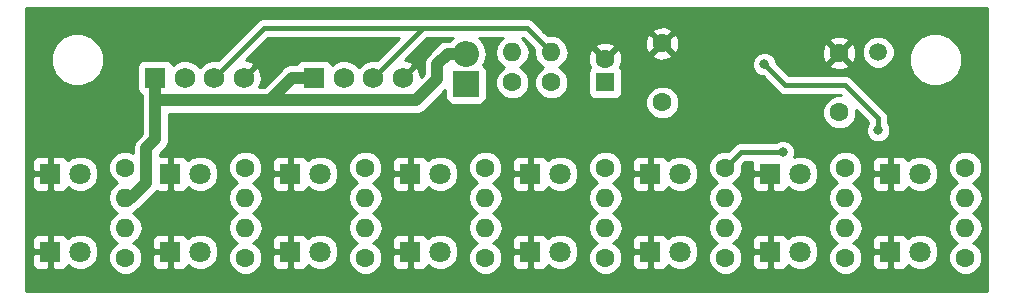
<source format=gbr>
G04 #@! TF.GenerationSoftware,KiCad,Pcbnew,(5.0.0-rc2-63-gd4393b281)*
G04 #@! TF.CreationDate,2018-06-20T11:48:03-07:00*
G04 #@! TF.ProjectId,IRSensorArray,495253656E736F7241727261792E6B69,rev?*
G04 #@! TF.SameCoordinates,Original*
G04 #@! TF.FileFunction,Copper,L2,Bot,Signal*
G04 #@! TF.FilePolarity,Positive*
%FSLAX46Y46*%
G04 Gerber Fmt 4.6, Leading zero omitted, Abs format (unit mm)*
G04 Created by KiCad (PCBNEW (5.0.0-rc2-63-gd4393b281)) date 06/20/18 11:48:03*
%MOMM*%
%LPD*%
G01*
G04 APERTURE LIST*
G04 #@! TA.AperFunction,ComponentPad*
%ADD10C,1.800000*%
G04 #@! TD*
G04 #@! TA.AperFunction,ComponentPad*
%ADD11R,1.800000X1.800000*%
G04 #@! TD*
G04 #@! TA.AperFunction,ComponentPad*
%ADD12C,1.600000*%
G04 #@! TD*
G04 #@! TA.AperFunction,ComponentPad*
%ADD13R,1.600000X1.600000*%
G04 #@! TD*
G04 #@! TA.AperFunction,ComponentPad*
%ADD14C,1.500000*%
G04 #@! TD*
G04 #@! TA.AperFunction,ComponentPad*
%ADD15O,1.600000X1.600000*%
G04 #@! TD*
G04 #@! TA.AperFunction,ComponentPad*
%ADD16R,1.750000X1.750000*%
G04 #@! TD*
G04 #@! TA.AperFunction,ComponentPad*
%ADD17C,1.750000*%
G04 #@! TD*
G04 #@! TA.AperFunction,ComponentPad*
%ADD18O,2.200000X2.200000*%
G04 #@! TD*
G04 #@! TA.AperFunction,ComponentPad*
%ADD19R,2.200000X2.200000*%
G04 #@! TD*
G04 #@! TA.AperFunction,ViaPad*
%ADD20C,0.800000*%
G04 #@! TD*
G04 #@! TA.AperFunction,Conductor*
%ADD21C,0.400000*%
G04 #@! TD*
G04 #@! TA.AperFunction,Conductor*
%ADD22C,1.000000*%
G04 #@! TD*
G04 #@! TA.AperFunction,Conductor*
%ADD23C,0.254000*%
G04 #@! TD*
G04 APERTURE END LIST*
D10*
G04 #@! TO.P,Q8,2*
G04 #@! TO.N,/CH7*
X185166000Y-101981000D03*
D11*
G04 #@! TO.P,Q8,1*
G04 #@! TO.N,GND*
X182626000Y-101981000D03*
G04 #@! TD*
D12*
G04 #@! TO.P,C1,2*
G04 #@! TO.N,GND*
X178308000Y-91774000D03*
G04 #@! TO.P,C1,1*
G04 #@! TO.N,/REF*
X178308000Y-96774000D03*
G04 #@! TD*
G04 #@! TO.P,C2,2*
G04 #@! TO.N,GND*
X158496000Y-92234000D03*
D13*
G04 #@! TO.P,C2,1*
G04 #@! TO.N,+5V*
X158496000Y-94234000D03*
G04 #@! TD*
D12*
G04 #@! TO.P,C4,1*
G04 #@! TO.N,+5V*
X163322000Y-95948500D03*
G04 #@! TO.P,C4,2*
G04 #@! TO.N,GND*
X163322000Y-90948500D03*
G04 #@! TD*
D10*
G04 #@! TO.P,D1,2*
G04 #@! TO.N,Net-(D1-Pad2)*
X114046000Y-108585000D03*
D11*
G04 #@! TO.P,D1,1*
G04 #@! TO.N,GND*
X111506000Y-108585000D03*
G04 #@! TD*
G04 #@! TO.P,D2,1*
G04 #@! TO.N,GND*
X152146000Y-108585000D03*
D10*
G04 #@! TO.P,D2,2*
G04 #@! TO.N,Net-(D2-Pad2)*
X154686000Y-108585000D03*
G04 #@! TD*
G04 #@! TO.P,D3,2*
G04 #@! TO.N,Net-(D3-Pad2)*
X124206000Y-108585000D03*
D11*
G04 #@! TO.P,D3,1*
G04 #@! TO.N,GND*
X121666000Y-108585000D03*
G04 #@! TD*
G04 #@! TO.P,D4,1*
G04 #@! TO.N,GND*
X162306000Y-108585000D03*
D10*
G04 #@! TO.P,D4,2*
G04 #@! TO.N,Net-(D4-Pad2)*
X164846000Y-108585000D03*
G04 #@! TD*
D11*
G04 #@! TO.P,D5,1*
G04 #@! TO.N,GND*
X131826000Y-108585000D03*
D10*
G04 #@! TO.P,D5,2*
G04 #@! TO.N,Net-(D5-Pad2)*
X134366000Y-108585000D03*
G04 #@! TD*
G04 #@! TO.P,D6,2*
G04 #@! TO.N,Net-(D6-Pad2)*
X175006000Y-108585000D03*
D11*
G04 #@! TO.P,D6,1*
G04 #@! TO.N,GND*
X172466000Y-108585000D03*
G04 #@! TD*
G04 #@! TO.P,D7,1*
G04 #@! TO.N,GND*
X141986000Y-108585000D03*
D10*
G04 #@! TO.P,D7,2*
G04 #@! TO.N,Net-(D7-Pad2)*
X144526000Y-108585000D03*
G04 #@! TD*
D11*
G04 #@! TO.P,D8,1*
G04 #@! TO.N,GND*
X182626000Y-108585000D03*
D10*
G04 #@! TO.P,D8,2*
G04 #@! TO.N,Net-(D8-Pad2)*
X185166000Y-108585000D03*
G04 #@! TD*
D14*
G04 #@! TO.P,J1,1*
G04 #@! TO.N,Net-(J1-Pad1)*
X181610000Y-91694000D03*
G04 #@! TD*
D11*
G04 #@! TO.P,Q1,1*
G04 #@! TO.N,GND*
X111506000Y-101981000D03*
D10*
G04 #@! TO.P,Q1,2*
G04 #@! TO.N,/CH0*
X114046000Y-101981000D03*
G04 #@! TD*
D11*
G04 #@! TO.P,Q2,1*
G04 #@! TO.N,GND*
X152146000Y-101981000D03*
D10*
G04 #@! TO.P,Q2,2*
G04 #@! TO.N,/CH4*
X154686000Y-101981000D03*
G04 #@! TD*
D11*
G04 #@! TO.P,Q3,1*
G04 #@! TO.N,GND*
X121666000Y-101981000D03*
D10*
G04 #@! TO.P,Q3,2*
G04 #@! TO.N,/CH1*
X124206000Y-101981000D03*
G04 #@! TD*
G04 #@! TO.P,Q5,2*
G04 #@! TO.N,/CH2*
X134366000Y-101981000D03*
D11*
G04 #@! TO.P,Q5,1*
G04 #@! TO.N,GND*
X131826000Y-101981000D03*
G04 #@! TD*
D10*
G04 #@! TO.P,Q6,2*
G04 #@! TO.N,/CH6*
X175006000Y-101981000D03*
D11*
G04 #@! TO.P,Q6,1*
G04 #@! TO.N,GND*
X172466000Y-101981000D03*
G04 #@! TD*
D10*
G04 #@! TO.P,Q7,2*
G04 #@! TO.N,/CH3*
X144526000Y-101981000D03*
D11*
G04 #@! TO.P,Q7,1*
G04 #@! TO.N,GND*
X141986000Y-101981000D03*
G04 #@! TD*
D12*
G04 #@! TO.P,R1,1*
G04 #@! TO.N,+5V*
X153924000Y-94234000D03*
D15*
G04 #@! TO.P,R1,2*
G04 #@! TO.N,/SDA*
X153924000Y-91694000D03*
G04 #@! TD*
D12*
G04 #@! TO.P,R2,1*
G04 #@! TO.N,+5V*
X150622000Y-94234000D03*
D15*
G04 #@! TO.P,R2,2*
G04 #@! TO.N,/SCL*
X150622000Y-91694000D03*
G04 #@! TD*
D12*
G04 #@! TO.P,R3,1*
G04 #@! TO.N,Net-(D1-Pad2)*
X117856000Y-109093000D03*
D15*
G04 #@! TO.P,R3,2*
G04 #@! TO.N,VCC*
X117856000Y-106553000D03*
G04 #@! TD*
G04 #@! TO.P,R4,2*
G04 #@! TO.N,VCC*
X117856000Y-104013000D03*
D12*
G04 #@! TO.P,R4,1*
G04 #@! TO.N,/CH0*
X117856000Y-101473000D03*
G04 #@! TD*
D15*
G04 #@! TO.P,R5,2*
G04 #@! TO.N,VCC*
X158496000Y-106553000D03*
D12*
G04 #@! TO.P,R5,1*
G04 #@! TO.N,Net-(D2-Pad2)*
X158496000Y-109093000D03*
G04 #@! TD*
D15*
G04 #@! TO.P,R6,2*
G04 #@! TO.N,VCC*
X158496000Y-104013000D03*
D12*
G04 #@! TO.P,R6,1*
G04 #@! TO.N,/CH4*
X158496000Y-101473000D03*
G04 #@! TD*
G04 #@! TO.P,R7,1*
G04 #@! TO.N,Net-(D3-Pad2)*
X128016000Y-109093000D03*
D15*
G04 #@! TO.P,R7,2*
G04 #@! TO.N,VCC*
X128016000Y-106553000D03*
G04 #@! TD*
G04 #@! TO.P,R8,2*
G04 #@! TO.N,VCC*
X128016000Y-104013000D03*
D12*
G04 #@! TO.P,R8,1*
G04 #@! TO.N,/CH1*
X128016000Y-101473000D03*
G04 #@! TD*
G04 #@! TO.P,R9,1*
G04 #@! TO.N,Net-(D4-Pad2)*
X168656000Y-109093000D03*
D15*
G04 #@! TO.P,R9,2*
G04 #@! TO.N,VCC*
X168656000Y-106553000D03*
G04 #@! TD*
G04 #@! TO.P,R10,2*
G04 #@! TO.N,VCC*
X168656000Y-104013000D03*
D12*
G04 #@! TO.P,R10,1*
G04 #@! TO.N,/CH5*
X168656000Y-101473000D03*
G04 #@! TD*
G04 #@! TO.P,R11,1*
G04 #@! TO.N,Net-(D5-Pad2)*
X138176000Y-109093000D03*
D15*
G04 #@! TO.P,R11,2*
G04 #@! TO.N,VCC*
X138176000Y-106553000D03*
G04 #@! TD*
G04 #@! TO.P,R12,2*
G04 #@! TO.N,VCC*
X138176000Y-104013000D03*
D12*
G04 #@! TO.P,R12,1*
G04 #@! TO.N,/CH2*
X138176000Y-101473000D03*
G04 #@! TD*
G04 #@! TO.P,R13,1*
G04 #@! TO.N,Net-(D6-Pad2)*
X178816000Y-109093000D03*
D15*
G04 #@! TO.P,R13,2*
G04 #@! TO.N,VCC*
X178816000Y-106553000D03*
G04 #@! TD*
G04 #@! TO.P,R14,2*
G04 #@! TO.N,VCC*
X178816000Y-104013000D03*
D12*
G04 #@! TO.P,R14,1*
G04 #@! TO.N,/CH6*
X178816000Y-101473000D03*
G04 #@! TD*
G04 #@! TO.P,R15,1*
G04 #@! TO.N,Net-(D7-Pad2)*
X148336000Y-109093000D03*
D15*
G04 #@! TO.P,R15,2*
G04 #@! TO.N,VCC*
X148336000Y-106553000D03*
G04 #@! TD*
G04 #@! TO.P,R16,2*
G04 #@! TO.N,VCC*
X148336000Y-104013000D03*
D12*
G04 #@! TO.P,R16,1*
G04 #@! TO.N,/CH3*
X148336000Y-101473000D03*
G04 #@! TD*
G04 #@! TO.P,R17,1*
G04 #@! TO.N,Net-(D8-Pad2)*
X188976000Y-109093000D03*
D15*
G04 #@! TO.P,R17,2*
G04 #@! TO.N,VCC*
X188976000Y-106553000D03*
G04 #@! TD*
D12*
G04 #@! TO.P,R18,1*
G04 #@! TO.N,/CH7*
X188976000Y-101473000D03*
D15*
G04 #@! TO.P,R18,2*
G04 #@! TO.N,VCC*
X188976000Y-104013000D03*
G04 #@! TD*
D16*
G04 #@! TO.P,J2,1*
G04 #@! TO.N,VCC*
X133858000Y-93853000D03*
D17*
G04 #@! TO.P,J2,2*
G04 #@! TO.N,/SCL*
X136358000Y-93853000D03*
G04 #@! TO.P,J2,3*
G04 #@! TO.N,/SDA*
X138858000Y-93853000D03*
G04 #@! TO.P,J2,4*
G04 #@! TO.N,GND*
X141358000Y-93853000D03*
G04 #@! TD*
G04 #@! TO.P,J3,4*
G04 #@! TO.N,GND*
X127896000Y-93853000D03*
G04 #@! TO.P,J3,3*
G04 #@! TO.N,/SDA*
X125396000Y-93853000D03*
G04 #@! TO.P,J3,2*
G04 #@! TO.N,/SCL*
X122896000Y-93853000D03*
D16*
G04 #@! TO.P,J3,1*
G04 #@! TO.N,VCC*
X120396000Y-93853000D03*
G04 #@! TD*
D10*
G04 #@! TO.P,Q4,2*
G04 #@! TO.N,/CH5*
X164846000Y-101981000D03*
D11*
G04 #@! TO.P,Q4,1*
G04 #@! TO.N,GND*
X162306000Y-101981000D03*
G04 #@! TD*
D18*
G04 #@! TO.P,D9,2*
G04 #@! TO.N,VCC*
X146710400Y-91846400D03*
D19*
G04 #@! TO.P,D9,1*
G04 #@! TO.N,+5V*
X146710400Y-94386400D03*
G04 #@! TD*
D20*
G04 #@! TO.N,GND*
X170434000Y-92456000D03*
X170434000Y-95250000D03*
X174244000Y-89408000D03*
X176022000Y-89408000D03*
G04 #@! TO.N,+5V*
X181610000Y-98298000D03*
X171958000Y-92710004D03*
G04 #@! TO.N,/CH5*
X173539686Y-100133686D03*
G04 #@! TD*
D21*
G04 #@! TO.N,+5V*
X171958004Y-92710004D02*
X171958000Y-92710004D01*
X173736000Y-94488000D02*
X171958004Y-92710004D01*
X178816000Y-94488000D02*
X173736000Y-94488000D01*
X181610000Y-98298000D02*
X181610000Y-97282000D01*
X181610000Y-97282000D02*
X178816000Y-94488000D01*
G04 #@! TO.N,/SDA*
X125396000Y-93853000D02*
X129587000Y-89662000D01*
X151892000Y-89662000D02*
X153924000Y-91694000D01*
X143049000Y-89662000D02*
X144526000Y-89662000D01*
X138858000Y-93853000D02*
X143049000Y-89662000D01*
X129587000Y-89662000D02*
X144526000Y-89662000D01*
X144526000Y-89662000D02*
X151892000Y-89662000D01*
G04 #@! TO.N,/CH5*
X169995314Y-100133686D02*
X168656000Y-101473000D01*
X173539686Y-100133686D02*
X169995314Y-100133686D01*
D22*
G04 #@! TO.N,VCC*
X119634000Y-99822000D02*
X120396000Y-99060000D01*
X119634000Y-102743000D02*
X119634000Y-99822000D01*
X117856000Y-104013000D02*
X118364000Y-104013000D01*
X118364000Y-104013000D02*
X119634000Y-102743000D01*
X131983000Y-93853000D02*
X133858000Y-93853000D01*
X130078000Y-95758000D02*
X131983000Y-93853000D01*
X120396000Y-95758000D02*
X130078000Y-95758000D01*
X120396000Y-95758000D02*
X120396000Y-93853000D01*
X120396000Y-99060000D02*
X120396000Y-95758000D01*
X145154766Y-91846400D02*
X146710400Y-91846400D01*
X144272000Y-92729166D02*
X145154766Y-91846400D01*
X144272000Y-93980000D02*
X144272000Y-92729166D01*
X142494000Y-95758000D02*
X144272000Y-93980000D01*
X130078000Y-95758000D02*
X142494000Y-95758000D01*
G04 #@! TD*
D23*
G04 #@! TO.N,GND*
G36*
X190806000Y-111939000D02*
X109422000Y-111939000D01*
X109422000Y-108870750D01*
X109971000Y-108870750D01*
X109971000Y-109611310D01*
X110067673Y-109844699D01*
X110246302Y-110023327D01*
X110479691Y-110120000D01*
X111220250Y-110120000D01*
X111379000Y-109961250D01*
X111379000Y-108712000D01*
X110129750Y-108712000D01*
X109971000Y-108870750D01*
X109422000Y-108870750D01*
X109422000Y-107558690D01*
X109971000Y-107558690D01*
X109971000Y-108299250D01*
X110129750Y-108458000D01*
X111379000Y-108458000D01*
X111379000Y-107208750D01*
X111633000Y-107208750D01*
X111633000Y-108458000D01*
X111653000Y-108458000D01*
X111653000Y-108712000D01*
X111633000Y-108712000D01*
X111633000Y-109961250D01*
X111791750Y-110120000D01*
X112532309Y-110120000D01*
X112765698Y-110023327D01*
X112944327Y-109844699D01*
X113000139Y-109709956D01*
X113176493Y-109886310D01*
X113740670Y-110120000D01*
X114351330Y-110120000D01*
X114915507Y-109886310D01*
X115347310Y-109454507D01*
X115581000Y-108890330D01*
X115581000Y-108279670D01*
X115347310Y-107715493D01*
X114915507Y-107283690D01*
X114351330Y-107050000D01*
X113740670Y-107050000D01*
X113176493Y-107283690D01*
X113000139Y-107460044D01*
X112944327Y-107325301D01*
X112765698Y-107146673D01*
X112532309Y-107050000D01*
X111791750Y-107050000D01*
X111633000Y-107208750D01*
X111379000Y-107208750D01*
X111220250Y-107050000D01*
X110479691Y-107050000D01*
X110246302Y-107146673D01*
X110067673Y-107325301D01*
X109971000Y-107558690D01*
X109422000Y-107558690D01*
X109422000Y-104013000D01*
X116392887Y-104013000D01*
X116504260Y-104572909D01*
X116821423Y-105047577D01*
X117173758Y-105283000D01*
X116821423Y-105518423D01*
X116504260Y-105993091D01*
X116392887Y-106553000D01*
X116504260Y-107112909D01*
X116821423Y-107587577D01*
X117173168Y-107822606D01*
X117043138Y-107876466D01*
X116639466Y-108280138D01*
X116421000Y-108807561D01*
X116421000Y-109378439D01*
X116639466Y-109905862D01*
X117043138Y-110309534D01*
X117570561Y-110528000D01*
X118141439Y-110528000D01*
X118668862Y-110309534D01*
X119072534Y-109905862D01*
X119291000Y-109378439D01*
X119291000Y-108870750D01*
X120131000Y-108870750D01*
X120131000Y-109611310D01*
X120227673Y-109844699D01*
X120406302Y-110023327D01*
X120639691Y-110120000D01*
X121380250Y-110120000D01*
X121539000Y-109961250D01*
X121539000Y-108712000D01*
X120289750Y-108712000D01*
X120131000Y-108870750D01*
X119291000Y-108870750D01*
X119291000Y-108807561D01*
X119072534Y-108280138D01*
X118668862Y-107876466D01*
X118538832Y-107822606D01*
X118890577Y-107587577D01*
X118909878Y-107558690D01*
X120131000Y-107558690D01*
X120131000Y-108299250D01*
X120289750Y-108458000D01*
X121539000Y-108458000D01*
X121539000Y-107208750D01*
X121793000Y-107208750D01*
X121793000Y-108458000D01*
X121813000Y-108458000D01*
X121813000Y-108712000D01*
X121793000Y-108712000D01*
X121793000Y-109961250D01*
X121951750Y-110120000D01*
X122692309Y-110120000D01*
X122925698Y-110023327D01*
X123104327Y-109844699D01*
X123160139Y-109709956D01*
X123336493Y-109886310D01*
X123900670Y-110120000D01*
X124511330Y-110120000D01*
X125075507Y-109886310D01*
X125507310Y-109454507D01*
X125741000Y-108890330D01*
X125741000Y-108279670D01*
X125507310Y-107715493D01*
X125075507Y-107283690D01*
X124511330Y-107050000D01*
X123900670Y-107050000D01*
X123336493Y-107283690D01*
X123160139Y-107460044D01*
X123104327Y-107325301D01*
X122925698Y-107146673D01*
X122692309Y-107050000D01*
X121951750Y-107050000D01*
X121793000Y-107208750D01*
X121539000Y-107208750D01*
X121380250Y-107050000D01*
X120639691Y-107050000D01*
X120406302Y-107146673D01*
X120227673Y-107325301D01*
X120131000Y-107558690D01*
X118909878Y-107558690D01*
X119207740Y-107112909D01*
X119319113Y-106553000D01*
X119207740Y-105993091D01*
X118890577Y-105518423D01*
X118538242Y-105283000D01*
X118890577Y-105047577D01*
X118916376Y-105008967D01*
X119182289Y-104831289D01*
X119245613Y-104736518D01*
X119969131Y-104013000D01*
X126552887Y-104013000D01*
X126664260Y-104572909D01*
X126981423Y-105047577D01*
X127333758Y-105283000D01*
X126981423Y-105518423D01*
X126664260Y-105993091D01*
X126552887Y-106553000D01*
X126664260Y-107112909D01*
X126981423Y-107587577D01*
X127333168Y-107822606D01*
X127203138Y-107876466D01*
X126799466Y-108280138D01*
X126581000Y-108807561D01*
X126581000Y-109378439D01*
X126799466Y-109905862D01*
X127203138Y-110309534D01*
X127730561Y-110528000D01*
X128301439Y-110528000D01*
X128828862Y-110309534D01*
X129232534Y-109905862D01*
X129451000Y-109378439D01*
X129451000Y-108870750D01*
X130291000Y-108870750D01*
X130291000Y-109611310D01*
X130387673Y-109844699D01*
X130566302Y-110023327D01*
X130799691Y-110120000D01*
X131540250Y-110120000D01*
X131699000Y-109961250D01*
X131699000Y-108712000D01*
X130449750Y-108712000D01*
X130291000Y-108870750D01*
X129451000Y-108870750D01*
X129451000Y-108807561D01*
X129232534Y-108280138D01*
X128828862Y-107876466D01*
X128698832Y-107822606D01*
X129050577Y-107587577D01*
X129069878Y-107558690D01*
X130291000Y-107558690D01*
X130291000Y-108299250D01*
X130449750Y-108458000D01*
X131699000Y-108458000D01*
X131699000Y-107208750D01*
X131953000Y-107208750D01*
X131953000Y-108458000D01*
X131973000Y-108458000D01*
X131973000Y-108712000D01*
X131953000Y-108712000D01*
X131953000Y-109961250D01*
X132111750Y-110120000D01*
X132852309Y-110120000D01*
X133085698Y-110023327D01*
X133264327Y-109844699D01*
X133320139Y-109709956D01*
X133496493Y-109886310D01*
X134060670Y-110120000D01*
X134671330Y-110120000D01*
X135235507Y-109886310D01*
X135667310Y-109454507D01*
X135901000Y-108890330D01*
X135901000Y-108279670D01*
X135667310Y-107715493D01*
X135235507Y-107283690D01*
X134671330Y-107050000D01*
X134060670Y-107050000D01*
X133496493Y-107283690D01*
X133320139Y-107460044D01*
X133264327Y-107325301D01*
X133085698Y-107146673D01*
X132852309Y-107050000D01*
X132111750Y-107050000D01*
X131953000Y-107208750D01*
X131699000Y-107208750D01*
X131540250Y-107050000D01*
X130799691Y-107050000D01*
X130566302Y-107146673D01*
X130387673Y-107325301D01*
X130291000Y-107558690D01*
X129069878Y-107558690D01*
X129367740Y-107112909D01*
X129479113Y-106553000D01*
X129367740Y-105993091D01*
X129050577Y-105518423D01*
X128698242Y-105283000D01*
X129050577Y-105047577D01*
X129367740Y-104572909D01*
X129479113Y-104013000D01*
X136712887Y-104013000D01*
X136824260Y-104572909D01*
X137141423Y-105047577D01*
X137493758Y-105283000D01*
X137141423Y-105518423D01*
X136824260Y-105993091D01*
X136712887Y-106553000D01*
X136824260Y-107112909D01*
X137141423Y-107587577D01*
X137493168Y-107822606D01*
X137363138Y-107876466D01*
X136959466Y-108280138D01*
X136741000Y-108807561D01*
X136741000Y-109378439D01*
X136959466Y-109905862D01*
X137363138Y-110309534D01*
X137890561Y-110528000D01*
X138461439Y-110528000D01*
X138988862Y-110309534D01*
X139392534Y-109905862D01*
X139611000Y-109378439D01*
X139611000Y-108870750D01*
X140451000Y-108870750D01*
X140451000Y-109611310D01*
X140547673Y-109844699D01*
X140726302Y-110023327D01*
X140959691Y-110120000D01*
X141700250Y-110120000D01*
X141859000Y-109961250D01*
X141859000Y-108712000D01*
X140609750Y-108712000D01*
X140451000Y-108870750D01*
X139611000Y-108870750D01*
X139611000Y-108807561D01*
X139392534Y-108280138D01*
X138988862Y-107876466D01*
X138858832Y-107822606D01*
X139210577Y-107587577D01*
X139229878Y-107558690D01*
X140451000Y-107558690D01*
X140451000Y-108299250D01*
X140609750Y-108458000D01*
X141859000Y-108458000D01*
X141859000Y-107208750D01*
X142113000Y-107208750D01*
X142113000Y-108458000D01*
X142133000Y-108458000D01*
X142133000Y-108712000D01*
X142113000Y-108712000D01*
X142113000Y-109961250D01*
X142271750Y-110120000D01*
X143012309Y-110120000D01*
X143245698Y-110023327D01*
X143424327Y-109844699D01*
X143480139Y-109709956D01*
X143656493Y-109886310D01*
X144220670Y-110120000D01*
X144831330Y-110120000D01*
X145395507Y-109886310D01*
X145827310Y-109454507D01*
X146061000Y-108890330D01*
X146061000Y-108279670D01*
X145827310Y-107715493D01*
X145395507Y-107283690D01*
X144831330Y-107050000D01*
X144220670Y-107050000D01*
X143656493Y-107283690D01*
X143480139Y-107460044D01*
X143424327Y-107325301D01*
X143245698Y-107146673D01*
X143012309Y-107050000D01*
X142271750Y-107050000D01*
X142113000Y-107208750D01*
X141859000Y-107208750D01*
X141700250Y-107050000D01*
X140959691Y-107050000D01*
X140726302Y-107146673D01*
X140547673Y-107325301D01*
X140451000Y-107558690D01*
X139229878Y-107558690D01*
X139527740Y-107112909D01*
X139639113Y-106553000D01*
X139527740Y-105993091D01*
X139210577Y-105518423D01*
X138858242Y-105283000D01*
X139210577Y-105047577D01*
X139527740Y-104572909D01*
X139639113Y-104013000D01*
X146872887Y-104013000D01*
X146984260Y-104572909D01*
X147301423Y-105047577D01*
X147653758Y-105283000D01*
X147301423Y-105518423D01*
X146984260Y-105993091D01*
X146872887Y-106553000D01*
X146984260Y-107112909D01*
X147301423Y-107587577D01*
X147653168Y-107822606D01*
X147523138Y-107876466D01*
X147119466Y-108280138D01*
X146901000Y-108807561D01*
X146901000Y-109378439D01*
X147119466Y-109905862D01*
X147523138Y-110309534D01*
X148050561Y-110528000D01*
X148621439Y-110528000D01*
X149148862Y-110309534D01*
X149552534Y-109905862D01*
X149771000Y-109378439D01*
X149771000Y-108870750D01*
X150611000Y-108870750D01*
X150611000Y-109611310D01*
X150707673Y-109844699D01*
X150886302Y-110023327D01*
X151119691Y-110120000D01*
X151860250Y-110120000D01*
X152019000Y-109961250D01*
X152019000Y-108712000D01*
X150769750Y-108712000D01*
X150611000Y-108870750D01*
X149771000Y-108870750D01*
X149771000Y-108807561D01*
X149552534Y-108280138D01*
X149148862Y-107876466D01*
X149018832Y-107822606D01*
X149370577Y-107587577D01*
X149389878Y-107558690D01*
X150611000Y-107558690D01*
X150611000Y-108299250D01*
X150769750Y-108458000D01*
X152019000Y-108458000D01*
X152019000Y-107208750D01*
X152273000Y-107208750D01*
X152273000Y-108458000D01*
X152293000Y-108458000D01*
X152293000Y-108712000D01*
X152273000Y-108712000D01*
X152273000Y-109961250D01*
X152431750Y-110120000D01*
X153172309Y-110120000D01*
X153405698Y-110023327D01*
X153584327Y-109844699D01*
X153640139Y-109709956D01*
X153816493Y-109886310D01*
X154380670Y-110120000D01*
X154991330Y-110120000D01*
X155555507Y-109886310D01*
X155987310Y-109454507D01*
X156221000Y-108890330D01*
X156221000Y-108279670D01*
X155987310Y-107715493D01*
X155555507Y-107283690D01*
X154991330Y-107050000D01*
X154380670Y-107050000D01*
X153816493Y-107283690D01*
X153640139Y-107460044D01*
X153584327Y-107325301D01*
X153405698Y-107146673D01*
X153172309Y-107050000D01*
X152431750Y-107050000D01*
X152273000Y-107208750D01*
X152019000Y-107208750D01*
X151860250Y-107050000D01*
X151119691Y-107050000D01*
X150886302Y-107146673D01*
X150707673Y-107325301D01*
X150611000Y-107558690D01*
X149389878Y-107558690D01*
X149687740Y-107112909D01*
X149799113Y-106553000D01*
X149687740Y-105993091D01*
X149370577Y-105518423D01*
X149018242Y-105283000D01*
X149370577Y-105047577D01*
X149687740Y-104572909D01*
X149799113Y-104013000D01*
X157032887Y-104013000D01*
X157144260Y-104572909D01*
X157461423Y-105047577D01*
X157813758Y-105283000D01*
X157461423Y-105518423D01*
X157144260Y-105993091D01*
X157032887Y-106553000D01*
X157144260Y-107112909D01*
X157461423Y-107587577D01*
X157813168Y-107822606D01*
X157683138Y-107876466D01*
X157279466Y-108280138D01*
X157061000Y-108807561D01*
X157061000Y-109378439D01*
X157279466Y-109905862D01*
X157683138Y-110309534D01*
X158210561Y-110528000D01*
X158781439Y-110528000D01*
X159308862Y-110309534D01*
X159712534Y-109905862D01*
X159931000Y-109378439D01*
X159931000Y-108870750D01*
X160771000Y-108870750D01*
X160771000Y-109611310D01*
X160867673Y-109844699D01*
X161046302Y-110023327D01*
X161279691Y-110120000D01*
X162020250Y-110120000D01*
X162179000Y-109961250D01*
X162179000Y-108712000D01*
X160929750Y-108712000D01*
X160771000Y-108870750D01*
X159931000Y-108870750D01*
X159931000Y-108807561D01*
X159712534Y-108280138D01*
X159308862Y-107876466D01*
X159178832Y-107822606D01*
X159530577Y-107587577D01*
X159549878Y-107558690D01*
X160771000Y-107558690D01*
X160771000Y-108299250D01*
X160929750Y-108458000D01*
X162179000Y-108458000D01*
X162179000Y-107208750D01*
X162433000Y-107208750D01*
X162433000Y-108458000D01*
X162453000Y-108458000D01*
X162453000Y-108712000D01*
X162433000Y-108712000D01*
X162433000Y-109961250D01*
X162591750Y-110120000D01*
X163332309Y-110120000D01*
X163565698Y-110023327D01*
X163744327Y-109844699D01*
X163800139Y-109709956D01*
X163976493Y-109886310D01*
X164540670Y-110120000D01*
X165151330Y-110120000D01*
X165715507Y-109886310D01*
X166147310Y-109454507D01*
X166381000Y-108890330D01*
X166381000Y-108279670D01*
X166147310Y-107715493D01*
X165715507Y-107283690D01*
X165151330Y-107050000D01*
X164540670Y-107050000D01*
X163976493Y-107283690D01*
X163800139Y-107460044D01*
X163744327Y-107325301D01*
X163565698Y-107146673D01*
X163332309Y-107050000D01*
X162591750Y-107050000D01*
X162433000Y-107208750D01*
X162179000Y-107208750D01*
X162020250Y-107050000D01*
X161279691Y-107050000D01*
X161046302Y-107146673D01*
X160867673Y-107325301D01*
X160771000Y-107558690D01*
X159549878Y-107558690D01*
X159847740Y-107112909D01*
X159959113Y-106553000D01*
X159847740Y-105993091D01*
X159530577Y-105518423D01*
X159178242Y-105283000D01*
X159530577Y-105047577D01*
X159847740Y-104572909D01*
X159959113Y-104013000D01*
X167192887Y-104013000D01*
X167304260Y-104572909D01*
X167621423Y-105047577D01*
X167973758Y-105283000D01*
X167621423Y-105518423D01*
X167304260Y-105993091D01*
X167192887Y-106553000D01*
X167304260Y-107112909D01*
X167621423Y-107587577D01*
X167973168Y-107822606D01*
X167843138Y-107876466D01*
X167439466Y-108280138D01*
X167221000Y-108807561D01*
X167221000Y-109378439D01*
X167439466Y-109905862D01*
X167843138Y-110309534D01*
X168370561Y-110528000D01*
X168941439Y-110528000D01*
X169468862Y-110309534D01*
X169872534Y-109905862D01*
X170091000Y-109378439D01*
X170091000Y-108870750D01*
X170931000Y-108870750D01*
X170931000Y-109611310D01*
X171027673Y-109844699D01*
X171206302Y-110023327D01*
X171439691Y-110120000D01*
X172180250Y-110120000D01*
X172339000Y-109961250D01*
X172339000Y-108712000D01*
X171089750Y-108712000D01*
X170931000Y-108870750D01*
X170091000Y-108870750D01*
X170091000Y-108807561D01*
X169872534Y-108280138D01*
X169468862Y-107876466D01*
X169338832Y-107822606D01*
X169690577Y-107587577D01*
X169709878Y-107558690D01*
X170931000Y-107558690D01*
X170931000Y-108299250D01*
X171089750Y-108458000D01*
X172339000Y-108458000D01*
X172339000Y-107208750D01*
X172593000Y-107208750D01*
X172593000Y-108458000D01*
X172613000Y-108458000D01*
X172613000Y-108712000D01*
X172593000Y-108712000D01*
X172593000Y-109961250D01*
X172751750Y-110120000D01*
X173492309Y-110120000D01*
X173725698Y-110023327D01*
X173904327Y-109844699D01*
X173960139Y-109709956D01*
X174136493Y-109886310D01*
X174700670Y-110120000D01*
X175311330Y-110120000D01*
X175875507Y-109886310D01*
X176307310Y-109454507D01*
X176541000Y-108890330D01*
X176541000Y-108279670D01*
X176307310Y-107715493D01*
X175875507Y-107283690D01*
X175311330Y-107050000D01*
X174700670Y-107050000D01*
X174136493Y-107283690D01*
X173960139Y-107460044D01*
X173904327Y-107325301D01*
X173725698Y-107146673D01*
X173492309Y-107050000D01*
X172751750Y-107050000D01*
X172593000Y-107208750D01*
X172339000Y-107208750D01*
X172180250Y-107050000D01*
X171439691Y-107050000D01*
X171206302Y-107146673D01*
X171027673Y-107325301D01*
X170931000Y-107558690D01*
X169709878Y-107558690D01*
X170007740Y-107112909D01*
X170119113Y-106553000D01*
X170007740Y-105993091D01*
X169690577Y-105518423D01*
X169338242Y-105283000D01*
X169690577Y-105047577D01*
X170007740Y-104572909D01*
X170119113Y-104013000D01*
X177352887Y-104013000D01*
X177464260Y-104572909D01*
X177781423Y-105047577D01*
X178133758Y-105283000D01*
X177781423Y-105518423D01*
X177464260Y-105993091D01*
X177352887Y-106553000D01*
X177464260Y-107112909D01*
X177781423Y-107587577D01*
X178133168Y-107822606D01*
X178003138Y-107876466D01*
X177599466Y-108280138D01*
X177381000Y-108807561D01*
X177381000Y-109378439D01*
X177599466Y-109905862D01*
X178003138Y-110309534D01*
X178530561Y-110528000D01*
X179101439Y-110528000D01*
X179628862Y-110309534D01*
X180032534Y-109905862D01*
X180251000Y-109378439D01*
X180251000Y-108870750D01*
X181091000Y-108870750D01*
X181091000Y-109611310D01*
X181187673Y-109844699D01*
X181366302Y-110023327D01*
X181599691Y-110120000D01*
X182340250Y-110120000D01*
X182499000Y-109961250D01*
X182499000Y-108712000D01*
X181249750Y-108712000D01*
X181091000Y-108870750D01*
X180251000Y-108870750D01*
X180251000Y-108807561D01*
X180032534Y-108280138D01*
X179628862Y-107876466D01*
X179498832Y-107822606D01*
X179850577Y-107587577D01*
X179869878Y-107558690D01*
X181091000Y-107558690D01*
X181091000Y-108299250D01*
X181249750Y-108458000D01*
X182499000Y-108458000D01*
X182499000Y-107208750D01*
X182753000Y-107208750D01*
X182753000Y-108458000D01*
X182773000Y-108458000D01*
X182773000Y-108712000D01*
X182753000Y-108712000D01*
X182753000Y-109961250D01*
X182911750Y-110120000D01*
X183652309Y-110120000D01*
X183885698Y-110023327D01*
X184064327Y-109844699D01*
X184120139Y-109709956D01*
X184296493Y-109886310D01*
X184860670Y-110120000D01*
X185471330Y-110120000D01*
X186035507Y-109886310D01*
X186467310Y-109454507D01*
X186701000Y-108890330D01*
X186701000Y-108279670D01*
X186467310Y-107715493D01*
X186035507Y-107283690D01*
X185471330Y-107050000D01*
X184860670Y-107050000D01*
X184296493Y-107283690D01*
X184120139Y-107460044D01*
X184064327Y-107325301D01*
X183885698Y-107146673D01*
X183652309Y-107050000D01*
X182911750Y-107050000D01*
X182753000Y-107208750D01*
X182499000Y-107208750D01*
X182340250Y-107050000D01*
X181599691Y-107050000D01*
X181366302Y-107146673D01*
X181187673Y-107325301D01*
X181091000Y-107558690D01*
X179869878Y-107558690D01*
X180167740Y-107112909D01*
X180279113Y-106553000D01*
X180167740Y-105993091D01*
X179850577Y-105518423D01*
X179498242Y-105283000D01*
X179850577Y-105047577D01*
X180167740Y-104572909D01*
X180279113Y-104013000D01*
X187512887Y-104013000D01*
X187624260Y-104572909D01*
X187941423Y-105047577D01*
X188293758Y-105283000D01*
X187941423Y-105518423D01*
X187624260Y-105993091D01*
X187512887Y-106553000D01*
X187624260Y-107112909D01*
X187941423Y-107587577D01*
X188293168Y-107822606D01*
X188163138Y-107876466D01*
X187759466Y-108280138D01*
X187541000Y-108807561D01*
X187541000Y-109378439D01*
X187759466Y-109905862D01*
X188163138Y-110309534D01*
X188690561Y-110528000D01*
X189261439Y-110528000D01*
X189788862Y-110309534D01*
X190192534Y-109905862D01*
X190411000Y-109378439D01*
X190411000Y-108807561D01*
X190192534Y-108280138D01*
X189788862Y-107876466D01*
X189658832Y-107822606D01*
X190010577Y-107587577D01*
X190327740Y-107112909D01*
X190439113Y-106553000D01*
X190327740Y-105993091D01*
X190010577Y-105518423D01*
X189658242Y-105283000D01*
X190010577Y-105047577D01*
X190327740Y-104572909D01*
X190439113Y-104013000D01*
X190327740Y-103453091D01*
X190010577Y-102978423D01*
X189658832Y-102743394D01*
X189788862Y-102689534D01*
X190192534Y-102285862D01*
X190411000Y-101758439D01*
X190411000Y-101187561D01*
X190192534Y-100660138D01*
X189788862Y-100256466D01*
X189261439Y-100038000D01*
X188690561Y-100038000D01*
X188163138Y-100256466D01*
X187759466Y-100660138D01*
X187541000Y-101187561D01*
X187541000Y-101758439D01*
X187759466Y-102285862D01*
X188163138Y-102689534D01*
X188293168Y-102743394D01*
X187941423Y-102978423D01*
X187624260Y-103453091D01*
X187512887Y-104013000D01*
X180279113Y-104013000D01*
X180167740Y-103453091D01*
X179850577Y-102978423D01*
X179498832Y-102743394D01*
X179628862Y-102689534D01*
X180032534Y-102285862D01*
X180040450Y-102266750D01*
X181091000Y-102266750D01*
X181091000Y-103007310D01*
X181187673Y-103240699D01*
X181366302Y-103419327D01*
X181599691Y-103516000D01*
X182340250Y-103516000D01*
X182499000Y-103357250D01*
X182499000Y-102108000D01*
X181249750Y-102108000D01*
X181091000Y-102266750D01*
X180040450Y-102266750D01*
X180251000Y-101758439D01*
X180251000Y-101187561D01*
X180154542Y-100954690D01*
X181091000Y-100954690D01*
X181091000Y-101695250D01*
X181249750Y-101854000D01*
X182499000Y-101854000D01*
X182499000Y-100604750D01*
X182753000Y-100604750D01*
X182753000Y-101854000D01*
X182773000Y-101854000D01*
X182773000Y-102108000D01*
X182753000Y-102108000D01*
X182753000Y-103357250D01*
X182911750Y-103516000D01*
X183652309Y-103516000D01*
X183885698Y-103419327D01*
X184064327Y-103240699D01*
X184120139Y-103105956D01*
X184296493Y-103282310D01*
X184860670Y-103516000D01*
X185471330Y-103516000D01*
X186035507Y-103282310D01*
X186467310Y-102850507D01*
X186701000Y-102286330D01*
X186701000Y-101675670D01*
X186467310Y-101111493D01*
X186035507Y-100679690D01*
X185471330Y-100446000D01*
X184860670Y-100446000D01*
X184296493Y-100679690D01*
X184120139Y-100856044D01*
X184064327Y-100721301D01*
X183885698Y-100542673D01*
X183652309Y-100446000D01*
X182911750Y-100446000D01*
X182753000Y-100604750D01*
X182499000Y-100604750D01*
X182340250Y-100446000D01*
X181599691Y-100446000D01*
X181366302Y-100542673D01*
X181187673Y-100721301D01*
X181091000Y-100954690D01*
X180154542Y-100954690D01*
X180032534Y-100660138D01*
X179628862Y-100256466D01*
X179101439Y-100038000D01*
X178530561Y-100038000D01*
X178003138Y-100256466D01*
X177599466Y-100660138D01*
X177381000Y-101187561D01*
X177381000Y-101758439D01*
X177599466Y-102285862D01*
X178003138Y-102689534D01*
X178133168Y-102743394D01*
X177781423Y-102978423D01*
X177464260Y-103453091D01*
X177352887Y-104013000D01*
X170119113Y-104013000D01*
X170007740Y-103453091D01*
X169690577Y-102978423D01*
X169338832Y-102743394D01*
X169468862Y-102689534D01*
X169872534Y-102285862D01*
X169880450Y-102266750D01*
X170931000Y-102266750D01*
X170931000Y-103007310D01*
X171027673Y-103240699D01*
X171206302Y-103419327D01*
X171439691Y-103516000D01*
X172180250Y-103516000D01*
X172339000Y-103357250D01*
X172339000Y-102108000D01*
X171089750Y-102108000D01*
X170931000Y-102266750D01*
X169880450Y-102266750D01*
X170091000Y-101758439D01*
X170091000Y-101218868D01*
X170341182Y-100968686D01*
X170931000Y-100968686D01*
X170931000Y-101695250D01*
X171089750Y-101854000D01*
X172339000Y-101854000D01*
X172339000Y-101834000D01*
X172593000Y-101834000D01*
X172593000Y-101854000D01*
X172613000Y-101854000D01*
X172613000Y-102108000D01*
X172593000Y-102108000D01*
X172593000Y-103357250D01*
X172751750Y-103516000D01*
X173492309Y-103516000D01*
X173725698Y-103419327D01*
X173904327Y-103240699D01*
X173960139Y-103105956D01*
X174136493Y-103282310D01*
X174700670Y-103516000D01*
X175311330Y-103516000D01*
X175875507Y-103282310D01*
X176307310Y-102850507D01*
X176541000Y-102286330D01*
X176541000Y-101675670D01*
X176307310Y-101111493D01*
X175875507Y-100679690D01*
X175311330Y-100446000D01*
X174700670Y-100446000D01*
X174495374Y-100531036D01*
X174574686Y-100339560D01*
X174574686Y-99927812D01*
X174417117Y-99547406D01*
X174125966Y-99256255D01*
X173745560Y-99098686D01*
X173333812Y-99098686D01*
X172953406Y-99256255D01*
X172910975Y-99298686D01*
X170077546Y-99298686D01*
X169995313Y-99282329D01*
X169913080Y-99298686D01*
X169913077Y-99298686D01*
X169669513Y-99347134D01*
X169393313Y-99531685D01*
X169346729Y-99601404D01*
X168910132Y-100038000D01*
X168370561Y-100038000D01*
X167843138Y-100256466D01*
X167439466Y-100660138D01*
X167221000Y-101187561D01*
X167221000Y-101758439D01*
X167439466Y-102285862D01*
X167843138Y-102689534D01*
X167973168Y-102743394D01*
X167621423Y-102978423D01*
X167304260Y-103453091D01*
X167192887Y-104013000D01*
X159959113Y-104013000D01*
X159847740Y-103453091D01*
X159530577Y-102978423D01*
X159178832Y-102743394D01*
X159308862Y-102689534D01*
X159712534Y-102285862D01*
X159720450Y-102266750D01*
X160771000Y-102266750D01*
X160771000Y-103007310D01*
X160867673Y-103240699D01*
X161046302Y-103419327D01*
X161279691Y-103516000D01*
X162020250Y-103516000D01*
X162179000Y-103357250D01*
X162179000Y-102108000D01*
X160929750Y-102108000D01*
X160771000Y-102266750D01*
X159720450Y-102266750D01*
X159931000Y-101758439D01*
X159931000Y-101187561D01*
X159834542Y-100954690D01*
X160771000Y-100954690D01*
X160771000Y-101695250D01*
X160929750Y-101854000D01*
X162179000Y-101854000D01*
X162179000Y-100604750D01*
X162433000Y-100604750D01*
X162433000Y-101854000D01*
X162453000Y-101854000D01*
X162453000Y-102108000D01*
X162433000Y-102108000D01*
X162433000Y-103357250D01*
X162591750Y-103516000D01*
X163332309Y-103516000D01*
X163565698Y-103419327D01*
X163744327Y-103240699D01*
X163800139Y-103105956D01*
X163976493Y-103282310D01*
X164540670Y-103516000D01*
X165151330Y-103516000D01*
X165715507Y-103282310D01*
X166147310Y-102850507D01*
X166381000Y-102286330D01*
X166381000Y-101675670D01*
X166147310Y-101111493D01*
X165715507Y-100679690D01*
X165151330Y-100446000D01*
X164540670Y-100446000D01*
X163976493Y-100679690D01*
X163800139Y-100856044D01*
X163744327Y-100721301D01*
X163565698Y-100542673D01*
X163332309Y-100446000D01*
X162591750Y-100446000D01*
X162433000Y-100604750D01*
X162179000Y-100604750D01*
X162020250Y-100446000D01*
X161279691Y-100446000D01*
X161046302Y-100542673D01*
X160867673Y-100721301D01*
X160771000Y-100954690D01*
X159834542Y-100954690D01*
X159712534Y-100660138D01*
X159308862Y-100256466D01*
X158781439Y-100038000D01*
X158210561Y-100038000D01*
X157683138Y-100256466D01*
X157279466Y-100660138D01*
X157061000Y-101187561D01*
X157061000Y-101758439D01*
X157279466Y-102285862D01*
X157683138Y-102689534D01*
X157813168Y-102743394D01*
X157461423Y-102978423D01*
X157144260Y-103453091D01*
X157032887Y-104013000D01*
X149799113Y-104013000D01*
X149687740Y-103453091D01*
X149370577Y-102978423D01*
X149018832Y-102743394D01*
X149148862Y-102689534D01*
X149552534Y-102285862D01*
X149560450Y-102266750D01*
X150611000Y-102266750D01*
X150611000Y-103007310D01*
X150707673Y-103240699D01*
X150886302Y-103419327D01*
X151119691Y-103516000D01*
X151860250Y-103516000D01*
X152019000Y-103357250D01*
X152019000Y-102108000D01*
X150769750Y-102108000D01*
X150611000Y-102266750D01*
X149560450Y-102266750D01*
X149771000Y-101758439D01*
X149771000Y-101187561D01*
X149674542Y-100954690D01*
X150611000Y-100954690D01*
X150611000Y-101695250D01*
X150769750Y-101854000D01*
X152019000Y-101854000D01*
X152019000Y-100604750D01*
X152273000Y-100604750D01*
X152273000Y-101854000D01*
X152293000Y-101854000D01*
X152293000Y-102108000D01*
X152273000Y-102108000D01*
X152273000Y-103357250D01*
X152431750Y-103516000D01*
X153172309Y-103516000D01*
X153405698Y-103419327D01*
X153584327Y-103240699D01*
X153640139Y-103105956D01*
X153816493Y-103282310D01*
X154380670Y-103516000D01*
X154991330Y-103516000D01*
X155555507Y-103282310D01*
X155987310Y-102850507D01*
X156221000Y-102286330D01*
X156221000Y-101675670D01*
X155987310Y-101111493D01*
X155555507Y-100679690D01*
X154991330Y-100446000D01*
X154380670Y-100446000D01*
X153816493Y-100679690D01*
X153640139Y-100856044D01*
X153584327Y-100721301D01*
X153405698Y-100542673D01*
X153172309Y-100446000D01*
X152431750Y-100446000D01*
X152273000Y-100604750D01*
X152019000Y-100604750D01*
X151860250Y-100446000D01*
X151119691Y-100446000D01*
X150886302Y-100542673D01*
X150707673Y-100721301D01*
X150611000Y-100954690D01*
X149674542Y-100954690D01*
X149552534Y-100660138D01*
X149148862Y-100256466D01*
X148621439Y-100038000D01*
X148050561Y-100038000D01*
X147523138Y-100256466D01*
X147119466Y-100660138D01*
X146901000Y-101187561D01*
X146901000Y-101758439D01*
X147119466Y-102285862D01*
X147523138Y-102689534D01*
X147653168Y-102743394D01*
X147301423Y-102978423D01*
X146984260Y-103453091D01*
X146872887Y-104013000D01*
X139639113Y-104013000D01*
X139527740Y-103453091D01*
X139210577Y-102978423D01*
X138858832Y-102743394D01*
X138988862Y-102689534D01*
X139392534Y-102285862D01*
X139400450Y-102266750D01*
X140451000Y-102266750D01*
X140451000Y-103007310D01*
X140547673Y-103240699D01*
X140726302Y-103419327D01*
X140959691Y-103516000D01*
X141700250Y-103516000D01*
X141859000Y-103357250D01*
X141859000Y-102108000D01*
X140609750Y-102108000D01*
X140451000Y-102266750D01*
X139400450Y-102266750D01*
X139611000Y-101758439D01*
X139611000Y-101187561D01*
X139514542Y-100954690D01*
X140451000Y-100954690D01*
X140451000Y-101695250D01*
X140609750Y-101854000D01*
X141859000Y-101854000D01*
X141859000Y-100604750D01*
X142113000Y-100604750D01*
X142113000Y-101854000D01*
X142133000Y-101854000D01*
X142133000Y-102108000D01*
X142113000Y-102108000D01*
X142113000Y-103357250D01*
X142271750Y-103516000D01*
X143012309Y-103516000D01*
X143245698Y-103419327D01*
X143424327Y-103240699D01*
X143480139Y-103105956D01*
X143656493Y-103282310D01*
X144220670Y-103516000D01*
X144831330Y-103516000D01*
X145395507Y-103282310D01*
X145827310Y-102850507D01*
X146061000Y-102286330D01*
X146061000Y-101675670D01*
X145827310Y-101111493D01*
X145395507Y-100679690D01*
X144831330Y-100446000D01*
X144220670Y-100446000D01*
X143656493Y-100679690D01*
X143480139Y-100856044D01*
X143424327Y-100721301D01*
X143245698Y-100542673D01*
X143012309Y-100446000D01*
X142271750Y-100446000D01*
X142113000Y-100604750D01*
X141859000Y-100604750D01*
X141700250Y-100446000D01*
X140959691Y-100446000D01*
X140726302Y-100542673D01*
X140547673Y-100721301D01*
X140451000Y-100954690D01*
X139514542Y-100954690D01*
X139392534Y-100660138D01*
X138988862Y-100256466D01*
X138461439Y-100038000D01*
X137890561Y-100038000D01*
X137363138Y-100256466D01*
X136959466Y-100660138D01*
X136741000Y-101187561D01*
X136741000Y-101758439D01*
X136959466Y-102285862D01*
X137363138Y-102689534D01*
X137493168Y-102743394D01*
X137141423Y-102978423D01*
X136824260Y-103453091D01*
X136712887Y-104013000D01*
X129479113Y-104013000D01*
X129367740Y-103453091D01*
X129050577Y-102978423D01*
X128698832Y-102743394D01*
X128828862Y-102689534D01*
X129232534Y-102285862D01*
X129240450Y-102266750D01*
X130291000Y-102266750D01*
X130291000Y-103007310D01*
X130387673Y-103240699D01*
X130566302Y-103419327D01*
X130799691Y-103516000D01*
X131540250Y-103516000D01*
X131699000Y-103357250D01*
X131699000Y-102108000D01*
X130449750Y-102108000D01*
X130291000Y-102266750D01*
X129240450Y-102266750D01*
X129451000Y-101758439D01*
X129451000Y-101187561D01*
X129354542Y-100954690D01*
X130291000Y-100954690D01*
X130291000Y-101695250D01*
X130449750Y-101854000D01*
X131699000Y-101854000D01*
X131699000Y-100604750D01*
X131953000Y-100604750D01*
X131953000Y-101854000D01*
X131973000Y-101854000D01*
X131973000Y-102108000D01*
X131953000Y-102108000D01*
X131953000Y-103357250D01*
X132111750Y-103516000D01*
X132852309Y-103516000D01*
X133085698Y-103419327D01*
X133264327Y-103240699D01*
X133320139Y-103105956D01*
X133496493Y-103282310D01*
X134060670Y-103516000D01*
X134671330Y-103516000D01*
X135235507Y-103282310D01*
X135667310Y-102850507D01*
X135901000Y-102286330D01*
X135901000Y-101675670D01*
X135667310Y-101111493D01*
X135235507Y-100679690D01*
X134671330Y-100446000D01*
X134060670Y-100446000D01*
X133496493Y-100679690D01*
X133320139Y-100856044D01*
X133264327Y-100721301D01*
X133085698Y-100542673D01*
X132852309Y-100446000D01*
X132111750Y-100446000D01*
X131953000Y-100604750D01*
X131699000Y-100604750D01*
X131540250Y-100446000D01*
X130799691Y-100446000D01*
X130566302Y-100542673D01*
X130387673Y-100721301D01*
X130291000Y-100954690D01*
X129354542Y-100954690D01*
X129232534Y-100660138D01*
X128828862Y-100256466D01*
X128301439Y-100038000D01*
X127730561Y-100038000D01*
X127203138Y-100256466D01*
X126799466Y-100660138D01*
X126581000Y-101187561D01*
X126581000Y-101758439D01*
X126799466Y-102285862D01*
X127203138Y-102689534D01*
X127333168Y-102743394D01*
X126981423Y-102978423D01*
X126664260Y-103453091D01*
X126552887Y-104013000D01*
X119969131Y-104013000D01*
X120357521Y-103624611D01*
X120452289Y-103561289D01*
X120516614Y-103465020D01*
X120639691Y-103516000D01*
X121380250Y-103516000D01*
X121539000Y-103357250D01*
X121539000Y-102108000D01*
X121519000Y-102108000D01*
X121519000Y-101854000D01*
X121539000Y-101854000D01*
X121539000Y-100604750D01*
X121793000Y-100604750D01*
X121793000Y-101854000D01*
X121813000Y-101854000D01*
X121813000Y-102108000D01*
X121793000Y-102108000D01*
X121793000Y-103357250D01*
X121951750Y-103516000D01*
X122692309Y-103516000D01*
X122925698Y-103419327D01*
X123104327Y-103240699D01*
X123160139Y-103105956D01*
X123336493Y-103282310D01*
X123900670Y-103516000D01*
X124511330Y-103516000D01*
X125075507Y-103282310D01*
X125507310Y-102850507D01*
X125741000Y-102286330D01*
X125741000Y-101675670D01*
X125507310Y-101111493D01*
X125075507Y-100679690D01*
X124511330Y-100446000D01*
X123900670Y-100446000D01*
X123336493Y-100679690D01*
X123160139Y-100856044D01*
X123104327Y-100721301D01*
X122925698Y-100542673D01*
X122692309Y-100446000D01*
X121951750Y-100446000D01*
X121793000Y-100604750D01*
X121539000Y-100604750D01*
X121380250Y-100446000D01*
X120769000Y-100446000D01*
X120769000Y-100292131D01*
X121119521Y-99941611D01*
X121214289Y-99878289D01*
X121465146Y-99502855D01*
X121531000Y-99171783D01*
X121531000Y-99171782D01*
X121553235Y-99060000D01*
X121531000Y-98948217D01*
X121531000Y-96893000D01*
X129966217Y-96893000D01*
X130078000Y-96915235D01*
X130189783Y-96893000D01*
X142382217Y-96893000D01*
X142494000Y-96915235D01*
X142605783Y-96893000D01*
X142936855Y-96827146D01*
X143312289Y-96576289D01*
X143375613Y-96481518D01*
X144962960Y-94894172D01*
X144962960Y-95486400D01*
X145012243Y-95734165D01*
X145152591Y-95944209D01*
X145362635Y-96084557D01*
X145610400Y-96133840D01*
X147810400Y-96133840D01*
X148058165Y-96084557D01*
X148268209Y-95944209D01*
X148408557Y-95734165D01*
X148457840Y-95486400D01*
X148457840Y-93286400D01*
X148408557Y-93038635D01*
X148268209Y-92828591D01*
X148180117Y-92769729D01*
X148344734Y-92523363D01*
X148479390Y-91846400D01*
X148344734Y-91169437D01*
X147961265Y-90595535D01*
X147813797Y-90497000D01*
X149830506Y-90497000D01*
X149587423Y-90659423D01*
X149270260Y-91134091D01*
X149158887Y-91694000D01*
X149270260Y-92253909D01*
X149587423Y-92728577D01*
X149939168Y-92963606D01*
X149809138Y-93017466D01*
X149405466Y-93421138D01*
X149187000Y-93948561D01*
X149187000Y-94519439D01*
X149405466Y-95046862D01*
X149809138Y-95450534D01*
X150336561Y-95669000D01*
X150907439Y-95669000D01*
X151434862Y-95450534D01*
X151838534Y-95046862D01*
X152057000Y-94519439D01*
X152057000Y-93948561D01*
X151838534Y-93421138D01*
X151434862Y-93017466D01*
X151304832Y-92963606D01*
X151656577Y-92728577D01*
X151973740Y-92253909D01*
X152085113Y-91694000D01*
X151973740Y-91134091D01*
X151656577Y-90659423D01*
X151413494Y-90497000D01*
X151546133Y-90497000D01*
X152507715Y-91458582D01*
X152460887Y-91694000D01*
X152572260Y-92253909D01*
X152889423Y-92728577D01*
X153241168Y-92963606D01*
X153111138Y-93017466D01*
X152707466Y-93421138D01*
X152489000Y-93948561D01*
X152489000Y-94519439D01*
X152707466Y-95046862D01*
X153111138Y-95450534D01*
X153638561Y-95669000D01*
X154209439Y-95669000D01*
X154736862Y-95450534D01*
X155140534Y-95046862D01*
X155359000Y-94519439D01*
X155359000Y-93948561D01*
X155145862Y-93434000D01*
X157048560Y-93434000D01*
X157048560Y-95034000D01*
X157097843Y-95281765D01*
X157238191Y-95491809D01*
X157448235Y-95632157D01*
X157696000Y-95681440D01*
X159296000Y-95681440D01*
X159388398Y-95663061D01*
X161887000Y-95663061D01*
X161887000Y-96233939D01*
X162105466Y-96761362D01*
X162509138Y-97165034D01*
X163036561Y-97383500D01*
X163607439Y-97383500D01*
X164134862Y-97165034D01*
X164538534Y-96761362D01*
X164757000Y-96233939D01*
X164757000Y-95663061D01*
X164538534Y-95135638D01*
X164134862Y-94731966D01*
X163607439Y-94513500D01*
X163036561Y-94513500D01*
X162509138Y-94731966D01*
X162105466Y-95135638D01*
X161887000Y-95663061D01*
X159388398Y-95663061D01*
X159543765Y-95632157D01*
X159753809Y-95491809D01*
X159894157Y-95281765D01*
X159943440Y-95034000D01*
X159943440Y-93434000D01*
X159894157Y-93186235D01*
X159754005Y-92976484D01*
X159923787Y-92504130D01*
X170923000Y-92504130D01*
X170923000Y-92915878D01*
X171080569Y-93296284D01*
X171371720Y-93587435D01*
X171752126Y-93745004D01*
X171812137Y-93745004D01*
X173087415Y-95020283D01*
X173133999Y-95090001D01*
X173410199Y-95274552D01*
X173653763Y-95323000D01*
X173653766Y-95323000D01*
X173735999Y-95339357D01*
X173818232Y-95323000D01*
X178470133Y-95323000D01*
X178486133Y-95339000D01*
X178022561Y-95339000D01*
X177495138Y-95557466D01*
X177091466Y-95961138D01*
X176873000Y-96488561D01*
X176873000Y-97059439D01*
X177091466Y-97586862D01*
X177495138Y-97990534D01*
X178022561Y-98209000D01*
X178593439Y-98209000D01*
X179120862Y-97990534D01*
X179524534Y-97586862D01*
X179743000Y-97059439D01*
X179743000Y-96595868D01*
X180775001Y-97627869D01*
X180775001Y-97669288D01*
X180732569Y-97711720D01*
X180575000Y-98092126D01*
X180575000Y-98503874D01*
X180732569Y-98884280D01*
X181023720Y-99175431D01*
X181404126Y-99333000D01*
X181815874Y-99333000D01*
X182196280Y-99175431D01*
X182487431Y-98884280D01*
X182645000Y-98503874D01*
X182645000Y-98092126D01*
X182487431Y-97711720D01*
X182445000Y-97669289D01*
X182445000Y-97364237D01*
X182461358Y-97282000D01*
X182396552Y-96956200D01*
X182396552Y-96956199D01*
X182212001Y-96679999D01*
X182142283Y-96633415D01*
X179464587Y-93955720D01*
X179418001Y-93885999D01*
X179141801Y-93701448D01*
X178898237Y-93653000D01*
X178898233Y-93653000D01*
X178816000Y-93636643D01*
X178733767Y-93653000D01*
X174081868Y-93653000D01*
X173210613Y-92781745D01*
X177479861Y-92781745D01*
X177553995Y-93027864D01*
X178091223Y-93220965D01*
X178661454Y-93193778D01*
X179062005Y-93027864D01*
X179136139Y-92781745D01*
X178308000Y-91953605D01*
X177479861Y-92781745D01*
X173210613Y-92781745D01*
X172993000Y-92564133D01*
X172993000Y-92504130D01*
X172835431Y-92123724D01*
X172544280Y-91832573D01*
X172163874Y-91675004D01*
X171752126Y-91675004D01*
X171371720Y-91832573D01*
X171080569Y-92123724D01*
X170923000Y-92504130D01*
X159923787Y-92504130D01*
X159942965Y-92450777D01*
X159919388Y-91956245D01*
X162493861Y-91956245D01*
X162567995Y-92202364D01*
X163105223Y-92395465D01*
X163675454Y-92368278D01*
X164076005Y-92202364D01*
X164150139Y-91956245D01*
X163322000Y-91128105D01*
X162493861Y-91956245D01*
X159919388Y-91956245D01*
X159915778Y-91880546D01*
X159749864Y-91479995D01*
X159503745Y-91405861D01*
X158675605Y-92234000D01*
X158689748Y-92248142D01*
X158510143Y-92427748D01*
X158496000Y-92413605D01*
X158481858Y-92427748D01*
X158302252Y-92248142D01*
X158316395Y-92234000D01*
X157488255Y-91405861D01*
X157242136Y-91479995D01*
X157049035Y-92017223D01*
X157076222Y-92587454D01*
X157237605Y-92977067D01*
X157097843Y-93186235D01*
X157048560Y-93434000D01*
X155145862Y-93434000D01*
X155140534Y-93421138D01*
X154736862Y-93017466D01*
X154606832Y-92963606D01*
X154958577Y-92728577D01*
X155275740Y-92253909D01*
X155387113Y-91694000D01*
X155294073Y-91226255D01*
X157667861Y-91226255D01*
X158496000Y-92054395D01*
X159324139Y-91226255D01*
X159250005Y-90980136D01*
X158712777Y-90787035D01*
X158142546Y-90814222D01*
X157741995Y-90980136D01*
X157667861Y-91226255D01*
X155294073Y-91226255D01*
X155275740Y-91134091D01*
X155006887Y-90731723D01*
X161875035Y-90731723D01*
X161902222Y-91301954D01*
X162068136Y-91702505D01*
X162314255Y-91776639D01*
X163142395Y-90948500D01*
X163501605Y-90948500D01*
X164329745Y-91776639D01*
X164575864Y-91702505D01*
X164628084Y-91557223D01*
X176861035Y-91557223D01*
X176888222Y-92127454D01*
X177054136Y-92528005D01*
X177300255Y-92602139D01*
X178128395Y-91774000D01*
X178487605Y-91774000D01*
X179315745Y-92602139D01*
X179561864Y-92528005D01*
X179754965Y-91990777D01*
X179727778Y-91420546D01*
X179726934Y-91418506D01*
X180225000Y-91418506D01*
X180225000Y-91969494D01*
X180435853Y-92478540D01*
X180825460Y-92868147D01*
X181334506Y-93079000D01*
X181885494Y-93079000D01*
X182394540Y-92868147D01*
X182784147Y-92478540D01*
X182995000Y-91969494D01*
X182995000Y-91884431D01*
X184201000Y-91884431D01*
X184201000Y-92773569D01*
X184541259Y-93595026D01*
X185169974Y-94223741D01*
X185991431Y-94564000D01*
X186880569Y-94564000D01*
X187702026Y-94223741D01*
X188330741Y-93595026D01*
X188671000Y-92773569D01*
X188671000Y-91884431D01*
X188330741Y-91062974D01*
X187702026Y-90434259D01*
X186880569Y-90094000D01*
X185991431Y-90094000D01*
X185169974Y-90434259D01*
X184541259Y-91062974D01*
X184201000Y-91884431D01*
X182995000Y-91884431D01*
X182995000Y-91418506D01*
X182784147Y-90909460D01*
X182394540Y-90519853D01*
X181885494Y-90309000D01*
X181334506Y-90309000D01*
X180825460Y-90519853D01*
X180435853Y-90909460D01*
X180225000Y-91418506D01*
X179726934Y-91418506D01*
X179561864Y-91019995D01*
X179315745Y-90945861D01*
X178487605Y-91774000D01*
X178128395Y-91774000D01*
X177300255Y-90945861D01*
X177054136Y-91019995D01*
X176861035Y-91557223D01*
X164628084Y-91557223D01*
X164768965Y-91165277D01*
X164749941Y-90766255D01*
X177479861Y-90766255D01*
X178308000Y-91594395D01*
X179136139Y-90766255D01*
X179062005Y-90520136D01*
X178524777Y-90327035D01*
X177954546Y-90354222D01*
X177553995Y-90520136D01*
X177479861Y-90766255D01*
X164749941Y-90766255D01*
X164741778Y-90595046D01*
X164575864Y-90194495D01*
X164329745Y-90120361D01*
X163501605Y-90948500D01*
X163142395Y-90948500D01*
X162314255Y-90120361D01*
X162068136Y-90194495D01*
X161875035Y-90731723D01*
X155006887Y-90731723D01*
X154958577Y-90659423D01*
X154483909Y-90342260D01*
X154065333Y-90259000D01*
X153782667Y-90259000D01*
X153688582Y-90277715D01*
X153351622Y-89940755D01*
X162493861Y-89940755D01*
X163322000Y-90768895D01*
X164150139Y-89940755D01*
X164076005Y-89694636D01*
X163538777Y-89501535D01*
X162968546Y-89528722D01*
X162567995Y-89694636D01*
X162493861Y-89940755D01*
X153351622Y-89940755D01*
X152540587Y-89129720D01*
X152494001Y-89059999D01*
X152217801Y-88875448D01*
X151974237Y-88827000D01*
X151974233Y-88827000D01*
X151892000Y-88810643D01*
X151809767Y-88827000D01*
X143131232Y-88827000D01*
X143048999Y-88810643D01*
X142966766Y-88827000D01*
X129669232Y-88827000D01*
X129586999Y-88810643D01*
X129504766Y-88827000D01*
X129504763Y-88827000D01*
X129261199Y-88875448D01*
X128984999Y-89059999D01*
X128938415Y-89129717D01*
X125716705Y-92351428D01*
X125696358Y-92343000D01*
X125095642Y-92343000D01*
X124540654Y-92572884D01*
X124146000Y-92967538D01*
X123751346Y-92572884D01*
X123196358Y-92343000D01*
X122595642Y-92343000D01*
X122040654Y-92572884D01*
X121871504Y-92742034D01*
X121869157Y-92730235D01*
X121728809Y-92520191D01*
X121518765Y-92379843D01*
X121271000Y-92330560D01*
X119521000Y-92330560D01*
X119273235Y-92379843D01*
X119063191Y-92520191D01*
X118922843Y-92730235D01*
X118873560Y-92978000D01*
X118873560Y-94728000D01*
X118922843Y-94975765D01*
X119063191Y-95185809D01*
X119261000Y-95317982D01*
X119261000Y-95646216D01*
X119238765Y-95758000D01*
X119261001Y-95869788D01*
X119261000Y-98589868D01*
X118910479Y-98940389D01*
X118815712Y-99003711D01*
X118630085Y-99281522D01*
X118564854Y-99379146D01*
X118476765Y-99822000D01*
X118499001Y-99933788D01*
X118499001Y-100186107D01*
X118141439Y-100038000D01*
X117570561Y-100038000D01*
X117043138Y-100256466D01*
X116639466Y-100660138D01*
X116421000Y-101187561D01*
X116421000Y-101758439D01*
X116639466Y-102285862D01*
X117043138Y-102689534D01*
X117173168Y-102743394D01*
X116821423Y-102978423D01*
X116504260Y-103453091D01*
X116392887Y-104013000D01*
X109422000Y-104013000D01*
X109422000Y-102266750D01*
X109971000Y-102266750D01*
X109971000Y-103007310D01*
X110067673Y-103240699D01*
X110246302Y-103419327D01*
X110479691Y-103516000D01*
X111220250Y-103516000D01*
X111379000Y-103357250D01*
X111379000Y-102108000D01*
X110129750Y-102108000D01*
X109971000Y-102266750D01*
X109422000Y-102266750D01*
X109422000Y-100954690D01*
X109971000Y-100954690D01*
X109971000Y-101695250D01*
X110129750Y-101854000D01*
X111379000Y-101854000D01*
X111379000Y-100604750D01*
X111633000Y-100604750D01*
X111633000Y-101854000D01*
X111653000Y-101854000D01*
X111653000Y-102108000D01*
X111633000Y-102108000D01*
X111633000Y-103357250D01*
X111791750Y-103516000D01*
X112532309Y-103516000D01*
X112765698Y-103419327D01*
X112944327Y-103240699D01*
X113000139Y-103105956D01*
X113176493Y-103282310D01*
X113740670Y-103516000D01*
X114351330Y-103516000D01*
X114915507Y-103282310D01*
X115347310Y-102850507D01*
X115581000Y-102286330D01*
X115581000Y-101675670D01*
X115347310Y-101111493D01*
X114915507Y-100679690D01*
X114351330Y-100446000D01*
X113740670Y-100446000D01*
X113176493Y-100679690D01*
X113000139Y-100856044D01*
X112944327Y-100721301D01*
X112765698Y-100542673D01*
X112532309Y-100446000D01*
X111791750Y-100446000D01*
X111633000Y-100604750D01*
X111379000Y-100604750D01*
X111220250Y-100446000D01*
X110479691Y-100446000D01*
X110246302Y-100542673D01*
X110067673Y-100721301D01*
X109971000Y-100954690D01*
X109422000Y-100954690D01*
X109422000Y-91884431D01*
X111557000Y-91884431D01*
X111557000Y-92773569D01*
X111897259Y-93595026D01*
X112525974Y-94223741D01*
X113347431Y-94564000D01*
X114236569Y-94564000D01*
X115058026Y-94223741D01*
X115686741Y-93595026D01*
X116027000Y-92773569D01*
X116027000Y-91884431D01*
X115686741Y-91062974D01*
X115058026Y-90434259D01*
X114236569Y-90094000D01*
X113347431Y-90094000D01*
X112525974Y-90434259D01*
X111897259Y-91062974D01*
X111557000Y-91884431D01*
X109422000Y-91884431D01*
X109422000Y-87959000D01*
X190806001Y-87959000D01*
X190806000Y-111939000D01*
X190806000Y-111939000D01*
G37*
X190806000Y-111939000D02*
X109422000Y-111939000D01*
X109422000Y-108870750D01*
X109971000Y-108870750D01*
X109971000Y-109611310D01*
X110067673Y-109844699D01*
X110246302Y-110023327D01*
X110479691Y-110120000D01*
X111220250Y-110120000D01*
X111379000Y-109961250D01*
X111379000Y-108712000D01*
X110129750Y-108712000D01*
X109971000Y-108870750D01*
X109422000Y-108870750D01*
X109422000Y-107558690D01*
X109971000Y-107558690D01*
X109971000Y-108299250D01*
X110129750Y-108458000D01*
X111379000Y-108458000D01*
X111379000Y-107208750D01*
X111633000Y-107208750D01*
X111633000Y-108458000D01*
X111653000Y-108458000D01*
X111653000Y-108712000D01*
X111633000Y-108712000D01*
X111633000Y-109961250D01*
X111791750Y-110120000D01*
X112532309Y-110120000D01*
X112765698Y-110023327D01*
X112944327Y-109844699D01*
X113000139Y-109709956D01*
X113176493Y-109886310D01*
X113740670Y-110120000D01*
X114351330Y-110120000D01*
X114915507Y-109886310D01*
X115347310Y-109454507D01*
X115581000Y-108890330D01*
X115581000Y-108279670D01*
X115347310Y-107715493D01*
X114915507Y-107283690D01*
X114351330Y-107050000D01*
X113740670Y-107050000D01*
X113176493Y-107283690D01*
X113000139Y-107460044D01*
X112944327Y-107325301D01*
X112765698Y-107146673D01*
X112532309Y-107050000D01*
X111791750Y-107050000D01*
X111633000Y-107208750D01*
X111379000Y-107208750D01*
X111220250Y-107050000D01*
X110479691Y-107050000D01*
X110246302Y-107146673D01*
X110067673Y-107325301D01*
X109971000Y-107558690D01*
X109422000Y-107558690D01*
X109422000Y-104013000D01*
X116392887Y-104013000D01*
X116504260Y-104572909D01*
X116821423Y-105047577D01*
X117173758Y-105283000D01*
X116821423Y-105518423D01*
X116504260Y-105993091D01*
X116392887Y-106553000D01*
X116504260Y-107112909D01*
X116821423Y-107587577D01*
X117173168Y-107822606D01*
X117043138Y-107876466D01*
X116639466Y-108280138D01*
X116421000Y-108807561D01*
X116421000Y-109378439D01*
X116639466Y-109905862D01*
X117043138Y-110309534D01*
X117570561Y-110528000D01*
X118141439Y-110528000D01*
X118668862Y-110309534D01*
X119072534Y-109905862D01*
X119291000Y-109378439D01*
X119291000Y-108870750D01*
X120131000Y-108870750D01*
X120131000Y-109611310D01*
X120227673Y-109844699D01*
X120406302Y-110023327D01*
X120639691Y-110120000D01*
X121380250Y-110120000D01*
X121539000Y-109961250D01*
X121539000Y-108712000D01*
X120289750Y-108712000D01*
X120131000Y-108870750D01*
X119291000Y-108870750D01*
X119291000Y-108807561D01*
X119072534Y-108280138D01*
X118668862Y-107876466D01*
X118538832Y-107822606D01*
X118890577Y-107587577D01*
X118909878Y-107558690D01*
X120131000Y-107558690D01*
X120131000Y-108299250D01*
X120289750Y-108458000D01*
X121539000Y-108458000D01*
X121539000Y-107208750D01*
X121793000Y-107208750D01*
X121793000Y-108458000D01*
X121813000Y-108458000D01*
X121813000Y-108712000D01*
X121793000Y-108712000D01*
X121793000Y-109961250D01*
X121951750Y-110120000D01*
X122692309Y-110120000D01*
X122925698Y-110023327D01*
X123104327Y-109844699D01*
X123160139Y-109709956D01*
X123336493Y-109886310D01*
X123900670Y-110120000D01*
X124511330Y-110120000D01*
X125075507Y-109886310D01*
X125507310Y-109454507D01*
X125741000Y-108890330D01*
X125741000Y-108279670D01*
X125507310Y-107715493D01*
X125075507Y-107283690D01*
X124511330Y-107050000D01*
X123900670Y-107050000D01*
X123336493Y-107283690D01*
X123160139Y-107460044D01*
X123104327Y-107325301D01*
X122925698Y-107146673D01*
X122692309Y-107050000D01*
X121951750Y-107050000D01*
X121793000Y-107208750D01*
X121539000Y-107208750D01*
X121380250Y-107050000D01*
X120639691Y-107050000D01*
X120406302Y-107146673D01*
X120227673Y-107325301D01*
X120131000Y-107558690D01*
X118909878Y-107558690D01*
X119207740Y-107112909D01*
X119319113Y-106553000D01*
X119207740Y-105993091D01*
X118890577Y-105518423D01*
X118538242Y-105283000D01*
X118890577Y-105047577D01*
X118916376Y-105008967D01*
X119182289Y-104831289D01*
X119245613Y-104736518D01*
X119969131Y-104013000D01*
X126552887Y-104013000D01*
X126664260Y-104572909D01*
X126981423Y-105047577D01*
X127333758Y-105283000D01*
X126981423Y-105518423D01*
X126664260Y-105993091D01*
X126552887Y-106553000D01*
X126664260Y-107112909D01*
X126981423Y-107587577D01*
X127333168Y-107822606D01*
X127203138Y-107876466D01*
X126799466Y-108280138D01*
X126581000Y-108807561D01*
X126581000Y-109378439D01*
X126799466Y-109905862D01*
X127203138Y-110309534D01*
X127730561Y-110528000D01*
X128301439Y-110528000D01*
X128828862Y-110309534D01*
X129232534Y-109905862D01*
X129451000Y-109378439D01*
X129451000Y-108870750D01*
X130291000Y-108870750D01*
X130291000Y-109611310D01*
X130387673Y-109844699D01*
X130566302Y-110023327D01*
X130799691Y-110120000D01*
X131540250Y-110120000D01*
X131699000Y-109961250D01*
X131699000Y-108712000D01*
X130449750Y-108712000D01*
X130291000Y-108870750D01*
X129451000Y-108870750D01*
X129451000Y-108807561D01*
X129232534Y-108280138D01*
X128828862Y-107876466D01*
X128698832Y-107822606D01*
X129050577Y-107587577D01*
X129069878Y-107558690D01*
X130291000Y-107558690D01*
X130291000Y-108299250D01*
X130449750Y-108458000D01*
X131699000Y-108458000D01*
X131699000Y-107208750D01*
X131953000Y-107208750D01*
X131953000Y-108458000D01*
X131973000Y-108458000D01*
X131973000Y-108712000D01*
X131953000Y-108712000D01*
X131953000Y-109961250D01*
X132111750Y-110120000D01*
X132852309Y-110120000D01*
X133085698Y-110023327D01*
X133264327Y-109844699D01*
X133320139Y-109709956D01*
X133496493Y-109886310D01*
X134060670Y-110120000D01*
X134671330Y-110120000D01*
X135235507Y-109886310D01*
X135667310Y-109454507D01*
X135901000Y-108890330D01*
X135901000Y-108279670D01*
X135667310Y-107715493D01*
X135235507Y-107283690D01*
X134671330Y-107050000D01*
X134060670Y-107050000D01*
X133496493Y-107283690D01*
X133320139Y-107460044D01*
X133264327Y-107325301D01*
X133085698Y-107146673D01*
X132852309Y-107050000D01*
X132111750Y-107050000D01*
X131953000Y-107208750D01*
X131699000Y-107208750D01*
X131540250Y-107050000D01*
X130799691Y-107050000D01*
X130566302Y-107146673D01*
X130387673Y-107325301D01*
X130291000Y-107558690D01*
X129069878Y-107558690D01*
X129367740Y-107112909D01*
X129479113Y-106553000D01*
X129367740Y-105993091D01*
X129050577Y-105518423D01*
X128698242Y-105283000D01*
X129050577Y-105047577D01*
X129367740Y-104572909D01*
X129479113Y-104013000D01*
X136712887Y-104013000D01*
X136824260Y-104572909D01*
X137141423Y-105047577D01*
X137493758Y-105283000D01*
X137141423Y-105518423D01*
X136824260Y-105993091D01*
X136712887Y-106553000D01*
X136824260Y-107112909D01*
X137141423Y-107587577D01*
X137493168Y-107822606D01*
X137363138Y-107876466D01*
X136959466Y-108280138D01*
X136741000Y-108807561D01*
X136741000Y-109378439D01*
X136959466Y-109905862D01*
X137363138Y-110309534D01*
X137890561Y-110528000D01*
X138461439Y-110528000D01*
X138988862Y-110309534D01*
X139392534Y-109905862D01*
X139611000Y-109378439D01*
X139611000Y-108870750D01*
X140451000Y-108870750D01*
X140451000Y-109611310D01*
X140547673Y-109844699D01*
X140726302Y-110023327D01*
X140959691Y-110120000D01*
X141700250Y-110120000D01*
X141859000Y-109961250D01*
X141859000Y-108712000D01*
X140609750Y-108712000D01*
X140451000Y-108870750D01*
X139611000Y-108870750D01*
X139611000Y-108807561D01*
X139392534Y-108280138D01*
X138988862Y-107876466D01*
X138858832Y-107822606D01*
X139210577Y-107587577D01*
X139229878Y-107558690D01*
X140451000Y-107558690D01*
X140451000Y-108299250D01*
X140609750Y-108458000D01*
X141859000Y-108458000D01*
X141859000Y-107208750D01*
X142113000Y-107208750D01*
X142113000Y-108458000D01*
X142133000Y-108458000D01*
X142133000Y-108712000D01*
X142113000Y-108712000D01*
X142113000Y-109961250D01*
X142271750Y-110120000D01*
X143012309Y-110120000D01*
X143245698Y-110023327D01*
X143424327Y-109844699D01*
X143480139Y-109709956D01*
X143656493Y-109886310D01*
X144220670Y-110120000D01*
X144831330Y-110120000D01*
X145395507Y-109886310D01*
X145827310Y-109454507D01*
X146061000Y-108890330D01*
X146061000Y-108279670D01*
X145827310Y-107715493D01*
X145395507Y-107283690D01*
X144831330Y-107050000D01*
X144220670Y-107050000D01*
X143656493Y-107283690D01*
X143480139Y-107460044D01*
X143424327Y-107325301D01*
X143245698Y-107146673D01*
X143012309Y-107050000D01*
X142271750Y-107050000D01*
X142113000Y-107208750D01*
X141859000Y-107208750D01*
X141700250Y-107050000D01*
X140959691Y-107050000D01*
X140726302Y-107146673D01*
X140547673Y-107325301D01*
X140451000Y-107558690D01*
X139229878Y-107558690D01*
X139527740Y-107112909D01*
X139639113Y-106553000D01*
X139527740Y-105993091D01*
X139210577Y-105518423D01*
X138858242Y-105283000D01*
X139210577Y-105047577D01*
X139527740Y-104572909D01*
X139639113Y-104013000D01*
X146872887Y-104013000D01*
X146984260Y-104572909D01*
X147301423Y-105047577D01*
X147653758Y-105283000D01*
X147301423Y-105518423D01*
X146984260Y-105993091D01*
X146872887Y-106553000D01*
X146984260Y-107112909D01*
X147301423Y-107587577D01*
X147653168Y-107822606D01*
X147523138Y-107876466D01*
X147119466Y-108280138D01*
X146901000Y-108807561D01*
X146901000Y-109378439D01*
X147119466Y-109905862D01*
X147523138Y-110309534D01*
X148050561Y-110528000D01*
X148621439Y-110528000D01*
X149148862Y-110309534D01*
X149552534Y-109905862D01*
X149771000Y-109378439D01*
X149771000Y-108870750D01*
X150611000Y-108870750D01*
X150611000Y-109611310D01*
X150707673Y-109844699D01*
X150886302Y-110023327D01*
X151119691Y-110120000D01*
X151860250Y-110120000D01*
X152019000Y-109961250D01*
X152019000Y-108712000D01*
X150769750Y-108712000D01*
X150611000Y-108870750D01*
X149771000Y-108870750D01*
X149771000Y-108807561D01*
X149552534Y-108280138D01*
X149148862Y-107876466D01*
X149018832Y-107822606D01*
X149370577Y-107587577D01*
X149389878Y-107558690D01*
X150611000Y-107558690D01*
X150611000Y-108299250D01*
X150769750Y-108458000D01*
X152019000Y-108458000D01*
X152019000Y-107208750D01*
X152273000Y-107208750D01*
X152273000Y-108458000D01*
X152293000Y-108458000D01*
X152293000Y-108712000D01*
X152273000Y-108712000D01*
X152273000Y-109961250D01*
X152431750Y-110120000D01*
X153172309Y-110120000D01*
X153405698Y-110023327D01*
X153584327Y-109844699D01*
X153640139Y-109709956D01*
X153816493Y-109886310D01*
X154380670Y-110120000D01*
X154991330Y-110120000D01*
X155555507Y-109886310D01*
X155987310Y-109454507D01*
X156221000Y-108890330D01*
X156221000Y-108279670D01*
X155987310Y-107715493D01*
X155555507Y-107283690D01*
X154991330Y-107050000D01*
X154380670Y-107050000D01*
X153816493Y-107283690D01*
X153640139Y-107460044D01*
X153584327Y-107325301D01*
X153405698Y-107146673D01*
X153172309Y-107050000D01*
X152431750Y-107050000D01*
X152273000Y-107208750D01*
X152019000Y-107208750D01*
X151860250Y-107050000D01*
X151119691Y-107050000D01*
X150886302Y-107146673D01*
X150707673Y-107325301D01*
X150611000Y-107558690D01*
X149389878Y-107558690D01*
X149687740Y-107112909D01*
X149799113Y-106553000D01*
X149687740Y-105993091D01*
X149370577Y-105518423D01*
X149018242Y-105283000D01*
X149370577Y-105047577D01*
X149687740Y-104572909D01*
X149799113Y-104013000D01*
X157032887Y-104013000D01*
X157144260Y-104572909D01*
X157461423Y-105047577D01*
X157813758Y-105283000D01*
X157461423Y-105518423D01*
X157144260Y-105993091D01*
X157032887Y-106553000D01*
X157144260Y-107112909D01*
X157461423Y-107587577D01*
X157813168Y-107822606D01*
X157683138Y-107876466D01*
X157279466Y-108280138D01*
X157061000Y-108807561D01*
X157061000Y-109378439D01*
X157279466Y-109905862D01*
X157683138Y-110309534D01*
X158210561Y-110528000D01*
X158781439Y-110528000D01*
X159308862Y-110309534D01*
X159712534Y-109905862D01*
X159931000Y-109378439D01*
X159931000Y-108870750D01*
X160771000Y-108870750D01*
X160771000Y-109611310D01*
X160867673Y-109844699D01*
X161046302Y-110023327D01*
X161279691Y-110120000D01*
X162020250Y-110120000D01*
X162179000Y-109961250D01*
X162179000Y-108712000D01*
X160929750Y-108712000D01*
X160771000Y-108870750D01*
X159931000Y-108870750D01*
X159931000Y-108807561D01*
X159712534Y-108280138D01*
X159308862Y-107876466D01*
X159178832Y-107822606D01*
X159530577Y-107587577D01*
X159549878Y-107558690D01*
X160771000Y-107558690D01*
X160771000Y-108299250D01*
X160929750Y-108458000D01*
X162179000Y-108458000D01*
X162179000Y-107208750D01*
X162433000Y-107208750D01*
X162433000Y-108458000D01*
X162453000Y-108458000D01*
X162453000Y-108712000D01*
X162433000Y-108712000D01*
X162433000Y-109961250D01*
X162591750Y-110120000D01*
X163332309Y-110120000D01*
X163565698Y-110023327D01*
X163744327Y-109844699D01*
X163800139Y-109709956D01*
X163976493Y-109886310D01*
X164540670Y-110120000D01*
X165151330Y-110120000D01*
X165715507Y-109886310D01*
X166147310Y-109454507D01*
X166381000Y-108890330D01*
X166381000Y-108279670D01*
X166147310Y-107715493D01*
X165715507Y-107283690D01*
X165151330Y-107050000D01*
X164540670Y-107050000D01*
X163976493Y-107283690D01*
X163800139Y-107460044D01*
X163744327Y-107325301D01*
X163565698Y-107146673D01*
X163332309Y-107050000D01*
X162591750Y-107050000D01*
X162433000Y-107208750D01*
X162179000Y-107208750D01*
X162020250Y-107050000D01*
X161279691Y-107050000D01*
X161046302Y-107146673D01*
X160867673Y-107325301D01*
X160771000Y-107558690D01*
X159549878Y-107558690D01*
X159847740Y-107112909D01*
X159959113Y-106553000D01*
X159847740Y-105993091D01*
X159530577Y-105518423D01*
X159178242Y-105283000D01*
X159530577Y-105047577D01*
X159847740Y-104572909D01*
X159959113Y-104013000D01*
X167192887Y-104013000D01*
X167304260Y-104572909D01*
X167621423Y-105047577D01*
X167973758Y-105283000D01*
X167621423Y-105518423D01*
X167304260Y-105993091D01*
X167192887Y-106553000D01*
X167304260Y-107112909D01*
X167621423Y-107587577D01*
X167973168Y-107822606D01*
X167843138Y-107876466D01*
X167439466Y-108280138D01*
X167221000Y-108807561D01*
X167221000Y-109378439D01*
X167439466Y-109905862D01*
X167843138Y-110309534D01*
X168370561Y-110528000D01*
X168941439Y-110528000D01*
X169468862Y-110309534D01*
X169872534Y-109905862D01*
X170091000Y-109378439D01*
X170091000Y-108870750D01*
X170931000Y-108870750D01*
X170931000Y-109611310D01*
X171027673Y-109844699D01*
X171206302Y-110023327D01*
X171439691Y-110120000D01*
X172180250Y-110120000D01*
X172339000Y-109961250D01*
X172339000Y-108712000D01*
X171089750Y-108712000D01*
X170931000Y-108870750D01*
X170091000Y-108870750D01*
X170091000Y-108807561D01*
X169872534Y-108280138D01*
X169468862Y-107876466D01*
X169338832Y-107822606D01*
X169690577Y-107587577D01*
X169709878Y-107558690D01*
X170931000Y-107558690D01*
X170931000Y-108299250D01*
X171089750Y-108458000D01*
X172339000Y-108458000D01*
X172339000Y-107208750D01*
X172593000Y-107208750D01*
X172593000Y-108458000D01*
X172613000Y-108458000D01*
X172613000Y-108712000D01*
X172593000Y-108712000D01*
X172593000Y-109961250D01*
X172751750Y-110120000D01*
X173492309Y-110120000D01*
X173725698Y-110023327D01*
X173904327Y-109844699D01*
X173960139Y-109709956D01*
X174136493Y-109886310D01*
X174700670Y-110120000D01*
X175311330Y-110120000D01*
X175875507Y-109886310D01*
X176307310Y-109454507D01*
X176541000Y-108890330D01*
X176541000Y-108279670D01*
X176307310Y-107715493D01*
X175875507Y-107283690D01*
X175311330Y-107050000D01*
X174700670Y-107050000D01*
X174136493Y-107283690D01*
X173960139Y-107460044D01*
X173904327Y-107325301D01*
X173725698Y-107146673D01*
X173492309Y-107050000D01*
X172751750Y-107050000D01*
X172593000Y-107208750D01*
X172339000Y-107208750D01*
X172180250Y-107050000D01*
X171439691Y-107050000D01*
X171206302Y-107146673D01*
X171027673Y-107325301D01*
X170931000Y-107558690D01*
X169709878Y-107558690D01*
X170007740Y-107112909D01*
X170119113Y-106553000D01*
X170007740Y-105993091D01*
X169690577Y-105518423D01*
X169338242Y-105283000D01*
X169690577Y-105047577D01*
X170007740Y-104572909D01*
X170119113Y-104013000D01*
X177352887Y-104013000D01*
X177464260Y-104572909D01*
X177781423Y-105047577D01*
X178133758Y-105283000D01*
X177781423Y-105518423D01*
X177464260Y-105993091D01*
X177352887Y-106553000D01*
X177464260Y-107112909D01*
X177781423Y-107587577D01*
X178133168Y-107822606D01*
X178003138Y-107876466D01*
X177599466Y-108280138D01*
X177381000Y-108807561D01*
X177381000Y-109378439D01*
X177599466Y-109905862D01*
X178003138Y-110309534D01*
X178530561Y-110528000D01*
X179101439Y-110528000D01*
X179628862Y-110309534D01*
X180032534Y-109905862D01*
X180251000Y-109378439D01*
X180251000Y-108870750D01*
X181091000Y-108870750D01*
X181091000Y-109611310D01*
X181187673Y-109844699D01*
X181366302Y-110023327D01*
X181599691Y-110120000D01*
X182340250Y-110120000D01*
X182499000Y-109961250D01*
X182499000Y-108712000D01*
X181249750Y-108712000D01*
X181091000Y-108870750D01*
X180251000Y-108870750D01*
X180251000Y-108807561D01*
X180032534Y-108280138D01*
X179628862Y-107876466D01*
X179498832Y-107822606D01*
X179850577Y-107587577D01*
X179869878Y-107558690D01*
X181091000Y-107558690D01*
X181091000Y-108299250D01*
X181249750Y-108458000D01*
X182499000Y-108458000D01*
X182499000Y-107208750D01*
X182753000Y-107208750D01*
X182753000Y-108458000D01*
X182773000Y-108458000D01*
X182773000Y-108712000D01*
X182753000Y-108712000D01*
X182753000Y-109961250D01*
X182911750Y-110120000D01*
X183652309Y-110120000D01*
X183885698Y-110023327D01*
X184064327Y-109844699D01*
X184120139Y-109709956D01*
X184296493Y-109886310D01*
X184860670Y-110120000D01*
X185471330Y-110120000D01*
X186035507Y-109886310D01*
X186467310Y-109454507D01*
X186701000Y-108890330D01*
X186701000Y-108279670D01*
X186467310Y-107715493D01*
X186035507Y-107283690D01*
X185471330Y-107050000D01*
X184860670Y-107050000D01*
X184296493Y-107283690D01*
X184120139Y-107460044D01*
X184064327Y-107325301D01*
X183885698Y-107146673D01*
X183652309Y-107050000D01*
X182911750Y-107050000D01*
X182753000Y-107208750D01*
X182499000Y-107208750D01*
X182340250Y-107050000D01*
X181599691Y-107050000D01*
X181366302Y-107146673D01*
X181187673Y-107325301D01*
X181091000Y-107558690D01*
X179869878Y-107558690D01*
X180167740Y-107112909D01*
X180279113Y-106553000D01*
X180167740Y-105993091D01*
X179850577Y-105518423D01*
X179498242Y-105283000D01*
X179850577Y-105047577D01*
X180167740Y-104572909D01*
X180279113Y-104013000D01*
X187512887Y-104013000D01*
X187624260Y-104572909D01*
X187941423Y-105047577D01*
X188293758Y-105283000D01*
X187941423Y-105518423D01*
X187624260Y-105993091D01*
X187512887Y-106553000D01*
X187624260Y-107112909D01*
X187941423Y-107587577D01*
X188293168Y-107822606D01*
X188163138Y-107876466D01*
X187759466Y-108280138D01*
X187541000Y-108807561D01*
X187541000Y-109378439D01*
X187759466Y-109905862D01*
X188163138Y-110309534D01*
X188690561Y-110528000D01*
X189261439Y-110528000D01*
X189788862Y-110309534D01*
X190192534Y-109905862D01*
X190411000Y-109378439D01*
X190411000Y-108807561D01*
X190192534Y-108280138D01*
X189788862Y-107876466D01*
X189658832Y-107822606D01*
X190010577Y-107587577D01*
X190327740Y-107112909D01*
X190439113Y-106553000D01*
X190327740Y-105993091D01*
X190010577Y-105518423D01*
X189658242Y-105283000D01*
X190010577Y-105047577D01*
X190327740Y-104572909D01*
X190439113Y-104013000D01*
X190327740Y-103453091D01*
X190010577Y-102978423D01*
X189658832Y-102743394D01*
X189788862Y-102689534D01*
X190192534Y-102285862D01*
X190411000Y-101758439D01*
X190411000Y-101187561D01*
X190192534Y-100660138D01*
X189788862Y-100256466D01*
X189261439Y-100038000D01*
X188690561Y-100038000D01*
X188163138Y-100256466D01*
X187759466Y-100660138D01*
X187541000Y-101187561D01*
X187541000Y-101758439D01*
X187759466Y-102285862D01*
X188163138Y-102689534D01*
X188293168Y-102743394D01*
X187941423Y-102978423D01*
X187624260Y-103453091D01*
X187512887Y-104013000D01*
X180279113Y-104013000D01*
X180167740Y-103453091D01*
X179850577Y-102978423D01*
X179498832Y-102743394D01*
X179628862Y-102689534D01*
X180032534Y-102285862D01*
X180040450Y-102266750D01*
X181091000Y-102266750D01*
X181091000Y-103007310D01*
X181187673Y-103240699D01*
X181366302Y-103419327D01*
X181599691Y-103516000D01*
X182340250Y-103516000D01*
X182499000Y-103357250D01*
X182499000Y-102108000D01*
X181249750Y-102108000D01*
X181091000Y-102266750D01*
X180040450Y-102266750D01*
X180251000Y-101758439D01*
X180251000Y-101187561D01*
X180154542Y-100954690D01*
X181091000Y-100954690D01*
X181091000Y-101695250D01*
X181249750Y-101854000D01*
X182499000Y-101854000D01*
X182499000Y-100604750D01*
X182753000Y-100604750D01*
X182753000Y-101854000D01*
X182773000Y-101854000D01*
X182773000Y-102108000D01*
X182753000Y-102108000D01*
X182753000Y-103357250D01*
X182911750Y-103516000D01*
X183652309Y-103516000D01*
X183885698Y-103419327D01*
X184064327Y-103240699D01*
X184120139Y-103105956D01*
X184296493Y-103282310D01*
X184860670Y-103516000D01*
X185471330Y-103516000D01*
X186035507Y-103282310D01*
X186467310Y-102850507D01*
X186701000Y-102286330D01*
X186701000Y-101675670D01*
X186467310Y-101111493D01*
X186035507Y-100679690D01*
X185471330Y-100446000D01*
X184860670Y-100446000D01*
X184296493Y-100679690D01*
X184120139Y-100856044D01*
X184064327Y-100721301D01*
X183885698Y-100542673D01*
X183652309Y-100446000D01*
X182911750Y-100446000D01*
X182753000Y-100604750D01*
X182499000Y-100604750D01*
X182340250Y-100446000D01*
X181599691Y-100446000D01*
X181366302Y-100542673D01*
X181187673Y-100721301D01*
X181091000Y-100954690D01*
X180154542Y-100954690D01*
X180032534Y-100660138D01*
X179628862Y-100256466D01*
X179101439Y-100038000D01*
X178530561Y-100038000D01*
X178003138Y-100256466D01*
X177599466Y-100660138D01*
X177381000Y-101187561D01*
X177381000Y-101758439D01*
X177599466Y-102285862D01*
X178003138Y-102689534D01*
X178133168Y-102743394D01*
X177781423Y-102978423D01*
X177464260Y-103453091D01*
X177352887Y-104013000D01*
X170119113Y-104013000D01*
X170007740Y-103453091D01*
X169690577Y-102978423D01*
X169338832Y-102743394D01*
X169468862Y-102689534D01*
X169872534Y-102285862D01*
X169880450Y-102266750D01*
X170931000Y-102266750D01*
X170931000Y-103007310D01*
X171027673Y-103240699D01*
X171206302Y-103419327D01*
X171439691Y-103516000D01*
X172180250Y-103516000D01*
X172339000Y-103357250D01*
X172339000Y-102108000D01*
X171089750Y-102108000D01*
X170931000Y-102266750D01*
X169880450Y-102266750D01*
X170091000Y-101758439D01*
X170091000Y-101218868D01*
X170341182Y-100968686D01*
X170931000Y-100968686D01*
X170931000Y-101695250D01*
X171089750Y-101854000D01*
X172339000Y-101854000D01*
X172339000Y-101834000D01*
X172593000Y-101834000D01*
X172593000Y-101854000D01*
X172613000Y-101854000D01*
X172613000Y-102108000D01*
X172593000Y-102108000D01*
X172593000Y-103357250D01*
X172751750Y-103516000D01*
X173492309Y-103516000D01*
X173725698Y-103419327D01*
X173904327Y-103240699D01*
X173960139Y-103105956D01*
X174136493Y-103282310D01*
X174700670Y-103516000D01*
X175311330Y-103516000D01*
X175875507Y-103282310D01*
X176307310Y-102850507D01*
X176541000Y-102286330D01*
X176541000Y-101675670D01*
X176307310Y-101111493D01*
X175875507Y-100679690D01*
X175311330Y-100446000D01*
X174700670Y-100446000D01*
X174495374Y-100531036D01*
X174574686Y-100339560D01*
X174574686Y-99927812D01*
X174417117Y-99547406D01*
X174125966Y-99256255D01*
X173745560Y-99098686D01*
X173333812Y-99098686D01*
X172953406Y-99256255D01*
X172910975Y-99298686D01*
X170077546Y-99298686D01*
X169995313Y-99282329D01*
X169913080Y-99298686D01*
X169913077Y-99298686D01*
X169669513Y-99347134D01*
X169393313Y-99531685D01*
X169346729Y-99601404D01*
X168910132Y-100038000D01*
X168370561Y-100038000D01*
X167843138Y-100256466D01*
X167439466Y-100660138D01*
X167221000Y-101187561D01*
X167221000Y-101758439D01*
X167439466Y-102285862D01*
X167843138Y-102689534D01*
X167973168Y-102743394D01*
X167621423Y-102978423D01*
X167304260Y-103453091D01*
X167192887Y-104013000D01*
X159959113Y-104013000D01*
X159847740Y-103453091D01*
X159530577Y-102978423D01*
X159178832Y-102743394D01*
X159308862Y-102689534D01*
X159712534Y-102285862D01*
X159720450Y-102266750D01*
X160771000Y-102266750D01*
X160771000Y-103007310D01*
X160867673Y-103240699D01*
X161046302Y-103419327D01*
X161279691Y-103516000D01*
X162020250Y-103516000D01*
X162179000Y-103357250D01*
X162179000Y-102108000D01*
X160929750Y-102108000D01*
X160771000Y-102266750D01*
X159720450Y-102266750D01*
X159931000Y-101758439D01*
X159931000Y-101187561D01*
X159834542Y-100954690D01*
X160771000Y-100954690D01*
X160771000Y-101695250D01*
X160929750Y-101854000D01*
X162179000Y-101854000D01*
X162179000Y-100604750D01*
X162433000Y-100604750D01*
X162433000Y-101854000D01*
X162453000Y-101854000D01*
X162453000Y-102108000D01*
X162433000Y-102108000D01*
X162433000Y-103357250D01*
X162591750Y-103516000D01*
X163332309Y-103516000D01*
X163565698Y-103419327D01*
X163744327Y-103240699D01*
X163800139Y-103105956D01*
X163976493Y-103282310D01*
X164540670Y-103516000D01*
X165151330Y-103516000D01*
X165715507Y-103282310D01*
X166147310Y-102850507D01*
X166381000Y-102286330D01*
X166381000Y-101675670D01*
X166147310Y-101111493D01*
X165715507Y-100679690D01*
X165151330Y-100446000D01*
X164540670Y-100446000D01*
X163976493Y-100679690D01*
X163800139Y-100856044D01*
X163744327Y-100721301D01*
X163565698Y-100542673D01*
X163332309Y-100446000D01*
X162591750Y-100446000D01*
X162433000Y-100604750D01*
X162179000Y-100604750D01*
X162020250Y-100446000D01*
X161279691Y-100446000D01*
X161046302Y-100542673D01*
X160867673Y-100721301D01*
X160771000Y-100954690D01*
X159834542Y-100954690D01*
X159712534Y-100660138D01*
X159308862Y-100256466D01*
X158781439Y-100038000D01*
X158210561Y-100038000D01*
X157683138Y-100256466D01*
X157279466Y-100660138D01*
X157061000Y-101187561D01*
X157061000Y-101758439D01*
X157279466Y-102285862D01*
X157683138Y-102689534D01*
X157813168Y-102743394D01*
X157461423Y-102978423D01*
X157144260Y-103453091D01*
X157032887Y-104013000D01*
X149799113Y-104013000D01*
X149687740Y-103453091D01*
X149370577Y-102978423D01*
X149018832Y-102743394D01*
X149148862Y-102689534D01*
X149552534Y-102285862D01*
X149560450Y-102266750D01*
X150611000Y-102266750D01*
X150611000Y-103007310D01*
X150707673Y-103240699D01*
X150886302Y-103419327D01*
X151119691Y-103516000D01*
X151860250Y-103516000D01*
X152019000Y-103357250D01*
X152019000Y-102108000D01*
X150769750Y-102108000D01*
X150611000Y-102266750D01*
X149560450Y-102266750D01*
X149771000Y-101758439D01*
X149771000Y-101187561D01*
X149674542Y-100954690D01*
X150611000Y-100954690D01*
X150611000Y-101695250D01*
X150769750Y-101854000D01*
X152019000Y-101854000D01*
X152019000Y-100604750D01*
X152273000Y-100604750D01*
X152273000Y-101854000D01*
X152293000Y-101854000D01*
X152293000Y-102108000D01*
X152273000Y-102108000D01*
X152273000Y-103357250D01*
X152431750Y-103516000D01*
X153172309Y-103516000D01*
X153405698Y-103419327D01*
X153584327Y-103240699D01*
X153640139Y-103105956D01*
X153816493Y-103282310D01*
X154380670Y-103516000D01*
X154991330Y-103516000D01*
X155555507Y-103282310D01*
X155987310Y-102850507D01*
X156221000Y-102286330D01*
X156221000Y-101675670D01*
X155987310Y-101111493D01*
X155555507Y-100679690D01*
X154991330Y-100446000D01*
X154380670Y-100446000D01*
X153816493Y-100679690D01*
X153640139Y-100856044D01*
X153584327Y-100721301D01*
X153405698Y-100542673D01*
X153172309Y-100446000D01*
X152431750Y-100446000D01*
X152273000Y-100604750D01*
X152019000Y-100604750D01*
X151860250Y-100446000D01*
X151119691Y-100446000D01*
X150886302Y-100542673D01*
X150707673Y-100721301D01*
X150611000Y-100954690D01*
X149674542Y-100954690D01*
X149552534Y-100660138D01*
X149148862Y-100256466D01*
X148621439Y-100038000D01*
X148050561Y-100038000D01*
X147523138Y-100256466D01*
X147119466Y-100660138D01*
X146901000Y-101187561D01*
X146901000Y-101758439D01*
X147119466Y-102285862D01*
X147523138Y-102689534D01*
X147653168Y-102743394D01*
X147301423Y-102978423D01*
X146984260Y-103453091D01*
X146872887Y-104013000D01*
X139639113Y-104013000D01*
X139527740Y-103453091D01*
X139210577Y-102978423D01*
X138858832Y-102743394D01*
X138988862Y-102689534D01*
X139392534Y-102285862D01*
X139400450Y-102266750D01*
X140451000Y-102266750D01*
X140451000Y-103007310D01*
X140547673Y-103240699D01*
X140726302Y-103419327D01*
X140959691Y-103516000D01*
X141700250Y-103516000D01*
X141859000Y-103357250D01*
X141859000Y-102108000D01*
X140609750Y-102108000D01*
X140451000Y-102266750D01*
X139400450Y-102266750D01*
X139611000Y-101758439D01*
X139611000Y-101187561D01*
X139514542Y-100954690D01*
X140451000Y-100954690D01*
X140451000Y-101695250D01*
X140609750Y-101854000D01*
X141859000Y-101854000D01*
X141859000Y-100604750D01*
X142113000Y-100604750D01*
X142113000Y-101854000D01*
X142133000Y-101854000D01*
X142133000Y-102108000D01*
X142113000Y-102108000D01*
X142113000Y-103357250D01*
X142271750Y-103516000D01*
X143012309Y-103516000D01*
X143245698Y-103419327D01*
X143424327Y-103240699D01*
X143480139Y-103105956D01*
X143656493Y-103282310D01*
X144220670Y-103516000D01*
X144831330Y-103516000D01*
X145395507Y-103282310D01*
X145827310Y-102850507D01*
X146061000Y-102286330D01*
X146061000Y-101675670D01*
X145827310Y-101111493D01*
X145395507Y-100679690D01*
X144831330Y-100446000D01*
X144220670Y-100446000D01*
X143656493Y-100679690D01*
X143480139Y-100856044D01*
X143424327Y-100721301D01*
X143245698Y-100542673D01*
X143012309Y-100446000D01*
X142271750Y-100446000D01*
X142113000Y-100604750D01*
X141859000Y-100604750D01*
X141700250Y-100446000D01*
X140959691Y-100446000D01*
X140726302Y-100542673D01*
X140547673Y-100721301D01*
X140451000Y-100954690D01*
X139514542Y-100954690D01*
X139392534Y-100660138D01*
X138988862Y-100256466D01*
X138461439Y-100038000D01*
X137890561Y-100038000D01*
X137363138Y-100256466D01*
X136959466Y-100660138D01*
X136741000Y-101187561D01*
X136741000Y-101758439D01*
X136959466Y-102285862D01*
X137363138Y-102689534D01*
X137493168Y-102743394D01*
X137141423Y-102978423D01*
X136824260Y-103453091D01*
X136712887Y-104013000D01*
X129479113Y-104013000D01*
X129367740Y-103453091D01*
X129050577Y-102978423D01*
X128698832Y-102743394D01*
X128828862Y-102689534D01*
X129232534Y-102285862D01*
X129240450Y-102266750D01*
X130291000Y-102266750D01*
X130291000Y-103007310D01*
X130387673Y-103240699D01*
X130566302Y-103419327D01*
X130799691Y-103516000D01*
X131540250Y-103516000D01*
X131699000Y-103357250D01*
X131699000Y-102108000D01*
X130449750Y-102108000D01*
X130291000Y-102266750D01*
X129240450Y-102266750D01*
X129451000Y-101758439D01*
X129451000Y-101187561D01*
X129354542Y-100954690D01*
X130291000Y-100954690D01*
X130291000Y-101695250D01*
X130449750Y-101854000D01*
X131699000Y-101854000D01*
X131699000Y-100604750D01*
X131953000Y-100604750D01*
X131953000Y-101854000D01*
X131973000Y-101854000D01*
X131973000Y-102108000D01*
X131953000Y-102108000D01*
X131953000Y-103357250D01*
X132111750Y-103516000D01*
X132852309Y-103516000D01*
X133085698Y-103419327D01*
X133264327Y-103240699D01*
X133320139Y-103105956D01*
X133496493Y-103282310D01*
X134060670Y-103516000D01*
X134671330Y-103516000D01*
X135235507Y-103282310D01*
X135667310Y-102850507D01*
X135901000Y-102286330D01*
X135901000Y-101675670D01*
X135667310Y-101111493D01*
X135235507Y-100679690D01*
X134671330Y-100446000D01*
X134060670Y-100446000D01*
X133496493Y-100679690D01*
X133320139Y-100856044D01*
X133264327Y-100721301D01*
X133085698Y-100542673D01*
X132852309Y-100446000D01*
X132111750Y-100446000D01*
X131953000Y-100604750D01*
X131699000Y-100604750D01*
X131540250Y-100446000D01*
X130799691Y-100446000D01*
X130566302Y-100542673D01*
X130387673Y-100721301D01*
X130291000Y-100954690D01*
X129354542Y-100954690D01*
X129232534Y-100660138D01*
X128828862Y-100256466D01*
X128301439Y-100038000D01*
X127730561Y-100038000D01*
X127203138Y-100256466D01*
X126799466Y-100660138D01*
X126581000Y-101187561D01*
X126581000Y-101758439D01*
X126799466Y-102285862D01*
X127203138Y-102689534D01*
X127333168Y-102743394D01*
X126981423Y-102978423D01*
X126664260Y-103453091D01*
X126552887Y-104013000D01*
X119969131Y-104013000D01*
X120357521Y-103624611D01*
X120452289Y-103561289D01*
X120516614Y-103465020D01*
X120639691Y-103516000D01*
X121380250Y-103516000D01*
X121539000Y-103357250D01*
X121539000Y-102108000D01*
X121519000Y-102108000D01*
X121519000Y-101854000D01*
X121539000Y-101854000D01*
X121539000Y-100604750D01*
X121793000Y-100604750D01*
X121793000Y-101854000D01*
X121813000Y-101854000D01*
X121813000Y-102108000D01*
X121793000Y-102108000D01*
X121793000Y-103357250D01*
X121951750Y-103516000D01*
X122692309Y-103516000D01*
X122925698Y-103419327D01*
X123104327Y-103240699D01*
X123160139Y-103105956D01*
X123336493Y-103282310D01*
X123900670Y-103516000D01*
X124511330Y-103516000D01*
X125075507Y-103282310D01*
X125507310Y-102850507D01*
X125741000Y-102286330D01*
X125741000Y-101675670D01*
X125507310Y-101111493D01*
X125075507Y-100679690D01*
X124511330Y-100446000D01*
X123900670Y-100446000D01*
X123336493Y-100679690D01*
X123160139Y-100856044D01*
X123104327Y-100721301D01*
X122925698Y-100542673D01*
X122692309Y-100446000D01*
X121951750Y-100446000D01*
X121793000Y-100604750D01*
X121539000Y-100604750D01*
X121380250Y-100446000D01*
X120769000Y-100446000D01*
X120769000Y-100292131D01*
X121119521Y-99941611D01*
X121214289Y-99878289D01*
X121465146Y-99502855D01*
X121531000Y-99171783D01*
X121531000Y-99171782D01*
X121553235Y-99060000D01*
X121531000Y-98948217D01*
X121531000Y-96893000D01*
X129966217Y-96893000D01*
X130078000Y-96915235D01*
X130189783Y-96893000D01*
X142382217Y-96893000D01*
X142494000Y-96915235D01*
X142605783Y-96893000D01*
X142936855Y-96827146D01*
X143312289Y-96576289D01*
X143375613Y-96481518D01*
X144962960Y-94894172D01*
X144962960Y-95486400D01*
X145012243Y-95734165D01*
X145152591Y-95944209D01*
X145362635Y-96084557D01*
X145610400Y-96133840D01*
X147810400Y-96133840D01*
X148058165Y-96084557D01*
X148268209Y-95944209D01*
X148408557Y-95734165D01*
X148457840Y-95486400D01*
X148457840Y-93286400D01*
X148408557Y-93038635D01*
X148268209Y-92828591D01*
X148180117Y-92769729D01*
X148344734Y-92523363D01*
X148479390Y-91846400D01*
X148344734Y-91169437D01*
X147961265Y-90595535D01*
X147813797Y-90497000D01*
X149830506Y-90497000D01*
X149587423Y-90659423D01*
X149270260Y-91134091D01*
X149158887Y-91694000D01*
X149270260Y-92253909D01*
X149587423Y-92728577D01*
X149939168Y-92963606D01*
X149809138Y-93017466D01*
X149405466Y-93421138D01*
X149187000Y-93948561D01*
X149187000Y-94519439D01*
X149405466Y-95046862D01*
X149809138Y-95450534D01*
X150336561Y-95669000D01*
X150907439Y-95669000D01*
X151434862Y-95450534D01*
X151838534Y-95046862D01*
X152057000Y-94519439D01*
X152057000Y-93948561D01*
X151838534Y-93421138D01*
X151434862Y-93017466D01*
X151304832Y-92963606D01*
X151656577Y-92728577D01*
X151973740Y-92253909D01*
X152085113Y-91694000D01*
X151973740Y-91134091D01*
X151656577Y-90659423D01*
X151413494Y-90497000D01*
X151546133Y-90497000D01*
X152507715Y-91458582D01*
X152460887Y-91694000D01*
X152572260Y-92253909D01*
X152889423Y-92728577D01*
X153241168Y-92963606D01*
X153111138Y-93017466D01*
X152707466Y-93421138D01*
X152489000Y-93948561D01*
X152489000Y-94519439D01*
X152707466Y-95046862D01*
X153111138Y-95450534D01*
X153638561Y-95669000D01*
X154209439Y-95669000D01*
X154736862Y-95450534D01*
X155140534Y-95046862D01*
X155359000Y-94519439D01*
X155359000Y-93948561D01*
X155145862Y-93434000D01*
X157048560Y-93434000D01*
X157048560Y-95034000D01*
X157097843Y-95281765D01*
X157238191Y-95491809D01*
X157448235Y-95632157D01*
X157696000Y-95681440D01*
X159296000Y-95681440D01*
X159388398Y-95663061D01*
X161887000Y-95663061D01*
X161887000Y-96233939D01*
X162105466Y-96761362D01*
X162509138Y-97165034D01*
X163036561Y-97383500D01*
X163607439Y-97383500D01*
X164134862Y-97165034D01*
X164538534Y-96761362D01*
X164757000Y-96233939D01*
X164757000Y-95663061D01*
X164538534Y-95135638D01*
X164134862Y-94731966D01*
X163607439Y-94513500D01*
X163036561Y-94513500D01*
X162509138Y-94731966D01*
X162105466Y-95135638D01*
X161887000Y-95663061D01*
X159388398Y-95663061D01*
X159543765Y-95632157D01*
X159753809Y-95491809D01*
X159894157Y-95281765D01*
X159943440Y-95034000D01*
X159943440Y-93434000D01*
X159894157Y-93186235D01*
X159754005Y-92976484D01*
X159923787Y-92504130D01*
X170923000Y-92504130D01*
X170923000Y-92915878D01*
X171080569Y-93296284D01*
X171371720Y-93587435D01*
X171752126Y-93745004D01*
X171812137Y-93745004D01*
X173087415Y-95020283D01*
X173133999Y-95090001D01*
X173410199Y-95274552D01*
X173653763Y-95323000D01*
X173653766Y-95323000D01*
X173735999Y-95339357D01*
X173818232Y-95323000D01*
X178470133Y-95323000D01*
X178486133Y-95339000D01*
X178022561Y-95339000D01*
X177495138Y-95557466D01*
X177091466Y-95961138D01*
X176873000Y-96488561D01*
X176873000Y-97059439D01*
X177091466Y-97586862D01*
X177495138Y-97990534D01*
X178022561Y-98209000D01*
X178593439Y-98209000D01*
X179120862Y-97990534D01*
X179524534Y-97586862D01*
X179743000Y-97059439D01*
X179743000Y-96595868D01*
X180775001Y-97627869D01*
X180775001Y-97669288D01*
X180732569Y-97711720D01*
X180575000Y-98092126D01*
X180575000Y-98503874D01*
X180732569Y-98884280D01*
X181023720Y-99175431D01*
X181404126Y-99333000D01*
X181815874Y-99333000D01*
X182196280Y-99175431D01*
X182487431Y-98884280D01*
X182645000Y-98503874D01*
X182645000Y-98092126D01*
X182487431Y-97711720D01*
X182445000Y-97669289D01*
X182445000Y-97364237D01*
X182461358Y-97282000D01*
X182396552Y-96956200D01*
X182396552Y-96956199D01*
X182212001Y-96679999D01*
X182142283Y-96633415D01*
X179464587Y-93955720D01*
X179418001Y-93885999D01*
X179141801Y-93701448D01*
X178898237Y-93653000D01*
X178898233Y-93653000D01*
X178816000Y-93636643D01*
X178733767Y-93653000D01*
X174081868Y-93653000D01*
X173210613Y-92781745D01*
X177479861Y-92781745D01*
X177553995Y-93027864D01*
X178091223Y-93220965D01*
X178661454Y-93193778D01*
X179062005Y-93027864D01*
X179136139Y-92781745D01*
X178308000Y-91953605D01*
X177479861Y-92781745D01*
X173210613Y-92781745D01*
X172993000Y-92564133D01*
X172993000Y-92504130D01*
X172835431Y-92123724D01*
X172544280Y-91832573D01*
X172163874Y-91675004D01*
X171752126Y-91675004D01*
X171371720Y-91832573D01*
X171080569Y-92123724D01*
X170923000Y-92504130D01*
X159923787Y-92504130D01*
X159942965Y-92450777D01*
X159919388Y-91956245D01*
X162493861Y-91956245D01*
X162567995Y-92202364D01*
X163105223Y-92395465D01*
X163675454Y-92368278D01*
X164076005Y-92202364D01*
X164150139Y-91956245D01*
X163322000Y-91128105D01*
X162493861Y-91956245D01*
X159919388Y-91956245D01*
X159915778Y-91880546D01*
X159749864Y-91479995D01*
X159503745Y-91405861D01*
X158675605Y-92234000D01*
X158689748Y-92248142D01*
X158510143Y-92427748D01*
X158496000Y-92413605D01*
X158481858Y-92427748D01*
X158302252Y-92248142D01*
X158316395Y-92234000D01*
X157488255Y-91405861D01*
X157242136Y-91479995D01*
X157049035Y-92017223D01*
X157076222Y-92587454D01*
X157237605Y-92977067D01*
X157097843Y-93186235D01*
X157048560Y-93434000D01*
X155145862Y-93434000D01*
X155140534Y-93421138D01*
X154736862Y-93017466D01*
X154606832Y-92963606D01*
X154958577Y-92728577D01*
X155275740Y-92253909D01*
X155387113Y-91694000D01*
X155294073Y-91226255D01*
X157667861Y-91226255D01*
X158496000Y-92054395D01*
X159324139Y-91226255D01*
X159250005Y-90980136D01*
X158712777Y-90787035D01*
X158142546Y-90814222D01*
X157741995Y-90980136D01*
X157667861Y-91226255D01*
X155294073Y-91226255D01*
X155275740Y-91134091D01*
X155006887Y-90731723D01*
X161875035Y-90731723D01*
X161902222Y-91301954D01*
X162068136Y-91702505D01*
X162314255Y-91776639D01*
X163142395Y-90948500D01*
X163501605Y-90948500D01*
X164329745Y-91776639D01*
X164575864Y-91702505D01*
X164628084Y-91557223D01*
X176861035Y-91557223D01*
X176888222Y-92127454D01*
X177054136Y-92528005D01*
X177300255Y-92602139D01*
X178128395Y-91774000D01*
X178487605Y-91774000D01*
X179315745Y-92602139D01*
X179561864Y-92528005D01*
X179754965Y-91990777D01*
X179727778Y-91420546D01*
X179726934Y-91418506D01*
X180225000Y-91418506D01*
X180225000Y-91969494D01*
X180435853Y-92478540D01*
X180825460Y-92868147D01*
X181334506Y-93079000D01*
X181885494Y-93079000D01*
X182394540Y-92868147D01*
X182784147Y-92478540D01*
X182995000Y-91969494D01*
X182995000Y-91884431D01*
X184201000Y-91884431D01*
X184201000Y-92773569D01*
X184541259Y-93595026D01*
X185169974Y-94223741D01*
X185991431Y-94564000D01*
X186880569Y-94564000D01*
X187702026Y-94223741D01*
X188330741Y-93595026D01*
X188671000Y-92773569D01*
X188671000Y-91884431D01*
X188330741Y-91062974D01*
X187702026Y-90434259D01*
X186880569Y-90094000D01*
X185991431Y-90094000D01*
X185169974Y-90434259D01*
X184541259Y-91062974D01*
X184201000Y-91884431D01*
X182995000Y-91884431D01*
X182995000Y-91418506D01*
X182784147Y-90909460D01*
X182394540Y-90519853D01*
X181885494Y-90309000D01*
X181334506Y-90309000D01*
X180825460Y-90519853D01*
X180435853Y-90909460D01*
X180225000Y-91418506D01*
X179726934Y-91418506D01*
X179561864Y-91019995D01*
X179315745Y-90945861D01*
X178487605Y-91774000D01*
X178128395Y-91774000D01*
X177300255Y-90945861D01*
X177054136Y-91019995D01*
X176861035Y-91557223D01*
X164628084Y-91557223D01*
X164768965Y-91165277D01*
X164749941Y-90766255D01*
X177479861Y-90766255D01*
X178308000Y-91594395D01*
X179136139Y-90766255D01*
X179062005Y-90520136D01*
X178524777Y-90327035D01*
X177954546Y-90354222D01*
X177553995Y-90520136D01*
X177479861Y-90766255D01*
X164749941Y-90766255D01*
X164741778Y-90595046D01*
X164575864Y-90194495D01*
X164329745Y-90120361D01*
X163501605Y-90948500D01*
X163142395Y-90948500D01*
X162314255Y-90120361D01*
X162068136Y-90194495D01*
X161875035Y-90731723D01*
X155006887Y-90731723D01*
X154958577Y-90659423D01*
X154483909Y-90342260D01*
X154065333Y-90259000D01*
X153782667Y-90259000D01*
X153688582Y-90277715D01*
X153351622Y-89940755D01*
X162493861Y-89940755D01*
X163322000Y-90768895D01*
X164150139Y-89940755D01*
X164076005Y-89694636D01*
X163538777Y-89501535D01*
X162968546Y-89528722D01*
X162567995Y-89694636D01*
X162493861Y-89940755D01*
X153351622Y-89940755D01*
X152540587Y-89129720D01*
X152494001Y-89059999D01*
X152217801Y-88875448D01*
X151974237Y-88827000D01*
X151974233Y-88827000D01*
X151892000Y-88810643D01*
X151809767Y-88827000D01*
X143131232Y-88827000D01*
X143048999Y-88810643D01*
X142966766Y-88827000D01*
X129669232Y-88827000D01*
X129586999Y-88810643D01*
X129504766Y-88827000D01*
X129504763Y-88827000D01*
X129261199Y-88875448D01*
X128984999Y-89059999D01*
X128938415Y-89129717D01*
X125716705Y-92351428D01*
X125696358Y-92343000D01*
X125095642Y-92343000D01*
X124540654Y-92572884D01*
X124146000Y-92967538D01*
X123751346Y-92572884D01*
X123196358Y-92343000D01*
X122595642Y-92343000D01*
X122040654Y-92572884D01*
X121871504Y-92742034D01*
X121869157Y-92730235D01*
X121728809Y-92520191D01*
X121518765Y-92379843D01*
X121271000Y-92330560D01*
X119521000Y-92330560D01*
X119273235Y-92379843D01*
X119063191Y-92520191D01*
X118922843Y-92730235D01*
X118873560Y-92978000D01*
X118873560Y-94728000D01*
X118922843Y-94975765D01*
X119063191Y-95185809D01*
X119261000Y-95317982D01*
X119261000Y-95646216D01*
X119238765Y-95758000D01*
X119261001Y-95869788D01*
X119261000Y-98589868D01*
X118910479Y-98940389D01*
X118815712Y-99003711D01*
X118630085Y-99281522D01*
X118564854Y-99379146D01*
X118476765Y-99822000D01*
X118499001Y-99933788D01*
X118499001Y-100186107D01*
X118141439Y-100038000D01*
X117570561Y-100038000D01*
X117043138Y-100256466D01*
X116639466Y-100660138D01*
X116421000Y-101187561D01*
X116421000Y-101758439D01*
X116639466Y-102285862D01*
X117043138Y-102689534D01*
X117173168Y-102743394D01*
X116821423Y-102978423D01*
X116504260Y-103453091D01*
X116392887Y-104013000D01*
X109422000Y-104013000D01*
X109422000Y-102266750D01*
X109971000Y-102266750D01*
X109971000Y-103007310D01*
X110067673Y-103240699D01*
X110246302Y-103419327D01*
X110479691Y-103516000D01*
X111220250Y-103516000D01*
X111379000Y-103357250D01*
X111379000Y-102108000D01*
X110129750Y-102108000D01*
X109971000Y-102266750D01*
X109422000Y-102266750D01*
X109422000Y-100954690D01*
X109971000Y-100954690D01*
X109971000Y-101695250D01*
X110129750Y-101854000D01*
X111379000Y-101854000D01*
X111379000Y-100604750D01*
X111633000Y-100604750D01*
X111633000Y-101854000D01*
X111653000Y-101854000D01*
X111653000Y-102108000D01*
X111633000Y-102108000D01*
X111633000Y-103357250D01*
X111791750Y-103516000D01*
X112532309Y-103516000D01*
X112765698Y-103419327D01*
X112944327Y-103240699D01*
X113000139Y-103105956D01*
X113176493Y-103282310D01*
X113740670Y-103516000D01*
X114351330Y-103516000D01*
X114915507Y-103282310D01*
X115347310Y-102850507D01*
X115581000Y-102286330D01*
X115581000Y-101675670D01*
X115347310Y-101111493D01*
X114915507Y-100679690D01*
X114351330Y-100446000D01*
X113740670Y-100446000D01*
X113176493Y-100679690D01*
X113000139Y-100856044D01*
X112944327Y-100721301D01*
X112765698Y-100542673D01*
X112532309Y-100446000D01*
X111791750Y-100446000D01*
X111633000Y-100604750D01*
X111379000Y-100604750D01*
X111220250Y-100446000D01*
X110479691Y-100446000D01*
X110246302Y-100542673D01*
X110067673Y-100721301D01*
X109971000Y-100954690D01*
X109422000Y-100954690D01*
X109422000Y-91884431D01*
X111557000Y-91884431D01*
X111557000Y-92773569D01*
X111897259Y-93595026D01*
X112525974Y-94223741D01*
X113347431Y-94564000D01*
X114236569Y-94564000D01*
X115058026Y-94223741D01*
X115686741Y-93595026D01*
X116027000Y-92773569D01*
X116027000Y-91884431D01*
X115686741Y-91062974D01*
X115058026Y-90434259D01*
X114236569Y-90094000D01*
X113347431Y-90094000D01*
X112525974Y-90434259D01*
X111897259Y-91062974D01*
X111557000Y-91884431D01*
X109422000Y-91884431D01*
X109422000Y-87959000D01*
X190806001Y-87959000D01*
X190806000Y-111939000D01*
G36*
X139178705Y-92351428D02*
X139158358Y-92343000D01*
X138557642Y-92343000D01*
X138002654Y-92572884D01*
X137608000Y-92967538D01*
X137213346Y-92572884D01*
X136658358Y-92343000D01*
X136057642Y-92343000D01*
X135502654Y-92572884D01*
X135333504Y-92742034D01*
X135331157Y-92730235D01*
X135190809Y-92520191D01*
X134980765Y-92379843D01*
X134733000Y-92330560D01*
X132983000Y-92330560D01*
X132735235Y-92379843D01*
X132525191Y-92520191D01*
X132393018Y-92718000D01*
X132094783Y-92718000D01*
X131983000Y-92695765D01*
X131815081Y-92729166D01*
X131540145Y-92783854D01*
X131164711Y-93034711D01*
X131101389Y-93129479D01*
X129607869Y-94623000D01*
X129222561Y-94623000D01*
X129417590Y-94087694D01*
X129391579Y-93487542D01*
X129211953Y-93053884D01*
X128958060Y-92970545D01*
X128075605Y-93853000D01*
X128089748Y-93867143D01*
X127910143Y-94046748D01*
X127896000Y-94032605D01*
X127881858Y-94046748D01*
X127702253Y-93867143D01*
X127716395Y-93853000D01*
X127702253Y-93838858D01*
X127881858Y-93659253D01*
X127896000Y-93673395D01*
X128778455Y-92790940D01*
X128695116Y-92537047D01*
X128130694Y-92331410D01*
X128096997Y-92332870D01*
X129932868Y-90497000D01*
X141033132Y-90497000D01*
X139178705Y-92351428D01*
X139178705Y-92351428D01*
G37*
X139178705Y-92351428D02*
X139158358Y-92343000D01*
X138557642Y-92343000D01*
X138002654Y-92572884D01*
X137608000Y-92967538D01*
X137213346Y-92572884D01*
X136658358Y-92343000D01*
X136057642Y-92343000D01*
X135502654Y-92572884D01*
X135333504Y-92742034D01*
X135331157Y-92730235D01*
X135190809Y-92520191D01*
X134980765Y-92379843D01*
X134733000Y-92330560D01*
X132983000Y-92330560D01*
X132735235Y-92379843D01*
X132525191Y-92520191D01*
X132393018Y-92718000D01*
X132094783Y-92718000D01*
X131983000Y-92695765D01*
X131815081Y-92729166D01*
X131540145Y-92783854D01*
X131164711Y-93034711D01*
X131101389Y-93129479D01*
X129607869Y-94623000D01*
X129222561Y-94623000D01*
X129417590Y-94087694D01*
X129391579Y-93487542D01*
X129211953Y-93053884D01*
X128958060Y-92970545D01*
X128075605Y-93853000D01*
X128089748Y-93867143D01*
X127910143Y-94046748D01*
X127896000Y-94032605D01*
X127881858Y-94046748D01*
X127702253Y-93867143D01*
X127716395Y-93853000D01*
X127702253Y-93838858D01*
X127881858Y-93659253D01*
X127896000Y-93673395D01*
X128778455Y-92790940D01*
X128695116Y-92537047D01*
X128130694Y-92331410D01*
X128096997Y-92332870D01*
X129932868Y-90497000D01*
X141033132Y-90497000D01*
X139178705Y-92351428D01*
G36*
X145459535Y-90595535D02*
X145382116Y-90711400D01*
X145266549Y-90711400D01*
X145154766Y-90689165D01*
X145042983Y-90711400D01*
X144711911Y-90777254D01*
X144336477Y-91028111D01*
X144273155Y-91122879D01*
X143548479Y-91847555D01*
X143453712Y-91910877D01*
X143202854Y-92286311D01*
X143164217Y-92480552D01*
X143114765Y-92729166D01*
X143137000Y-92840949D01*
X143137000Y-93509868D01*
X142866280Y-93780589D01*
X142853579Y-93487542D01*
X142673953Y-93053884D01*
X142420060Y-92970545D01*
X141537605Y-93853000D01*
X141551748Y-93867143D01*
X141372143Y-94046748D01*
X141358000Y-94032605D01*
X141343858Y-94046748D01*
X141164253Y-93867143D01*
X141178395Y-93853000D01*
X141164253Y-93838858D01*
X141343858Y-93659253D01*
X141358000Y-93673395D01*
X142240455Y-92790940D01*
X142157116Y-92537047D01*
X141592694Y-92331410D01*
X141558997Y-92332870D01*
X143394868Y-90497000D01*
X145607003Y-90497000D01*
X145459535Y-90595535D01*
X145459535Y-90595535D01*
G37*
X145459535Y-90595535D02*
X145382116Y-90711400D01*
X145266549Y-90711400D01*
X145154766Y-90689165D01*
X145042983Y-90711400D01*
X144711911Y-90777254D01*
X144336477Y-91028111D01*
X144273155Y-91122879D01*
X143548479Y-91847555D01*
X143453712Y-91910877D01*
X143202854Y-92286311D01*
X143164217Y-92480552D01*
X143114765Y-92729166D01*
X143137000Y-92840949D01*
X143137000Y-93509868D01*
X142866280Y-93780589D01*
X142853579Y-93487542D01*
X142673953Y-93053884D01*
X142420060Y-92970545D01*
X141537605Y-93853000D01*
X141551748Y-93867143D01*
X141372143Y-94046748D01*
X141358000Y-94032605D01*
X141343858Y-94046748D01*
X141164253Y-93867143D01*
X141178395Y-93853000D01*
X141164253Y-93838858D01*
X141343858Y-93659253D01*
X141358000Y-93673395D01*
X142240455Y-92790940D01*
X142157116Y-92537047D01*
X141592694Y-92331410D01*
X141558997Y-92332870D01*
X143394868Y-90497000D01*
X145607003Y-90497000D01*
X145459535Y-90595535D01*
G04 #@! TD*
M02*

</source>
